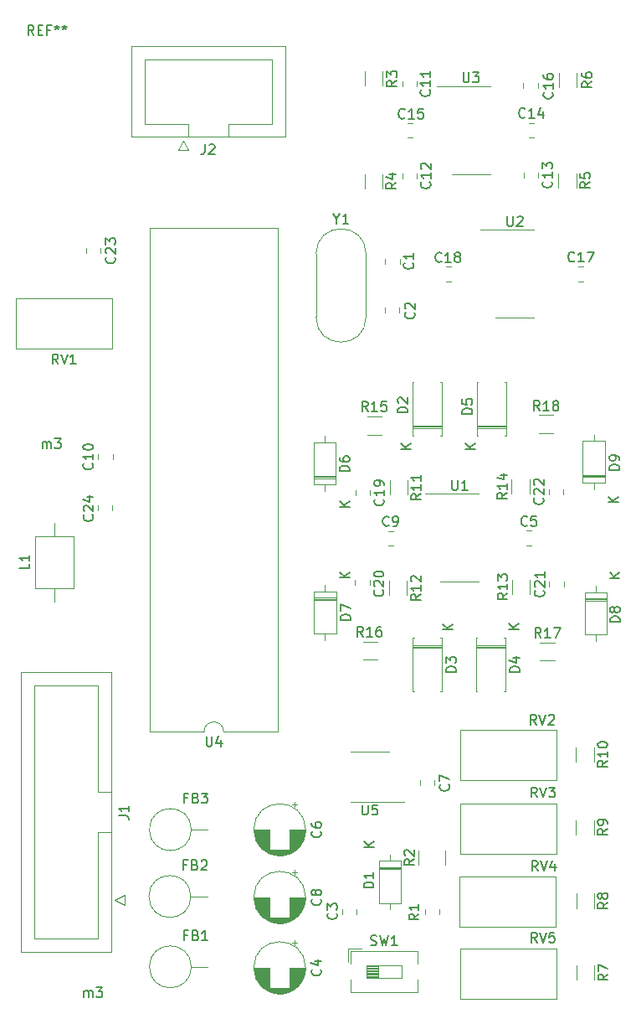
<source format=gbr>
%TF.GenerationSoftware,KiCad,Pcbnew,(5.1.10)-1*%
%TF.CreationDate,2021-10-30T12:19:22-04:00*%
%TF.ProjectId,Processor Board,50726f63-6573-4736-9f72-20426f617264,rev?*%
%TF.SameCoordinates,Original*%
%TF.FileFunction,Legend,Top*%
%TF.FilePolarity,Positive*%
%FSLAX46Y46*%
G04 Gerber Fmt 4.6, Leading zero omitted, Abs format (unit mm)*
G04 Created by KiCad (PCBNEW (5.1.10)-1) date 2021-10-30 12:19:22*
%MOMM*%
%LPD*%
G01*
G04 APERTURE LIST*
%ADD10C,0.120000*%
%ADD11C,0.150000*%
G04 APERTURE END LIST*
D10*
%TO.C,C1*%
X87720500Y-72319248D02*
X87720500Y-72841752D01*
X89190500Y-72319248D02*
X89190500Y-72841752D01*
%TO.C,C2*%
X87695100Y-77803552D02*
X87695100Y-77281048D01*
X89165100Y-77803552D02*
X89165100Y-77281048D01*
%TO.C,C3*%
X84809000Y-138550192D02*
X84809000Y-138027688D01*
X83339000Y-138550192D02*
X83339000Y-138027688D01*
%TO.C,C4*%
X78763200Y-141409125D02*
X78263200Y-141409125D01*
X78513200Y-141159125D02*
X78513200Y-141659125D01*
X77322200Y-146564900D02*
X76754200Y-146564900D01*
X77556200Y-146524900D02*
X76520200Y-146524900D01*
X77715200Y-146484900D02*
X76361200Y-146484900D01*
X77843200Y-146444900D02*
X76233200Y-146444900D01*
X77953200Y-146404900D02*
X76123200Y-146404900D01*
X78049200Y-146364900D02*
X76027200Y-146364900D01*
X78136200Y-146324900D02*
X75940200Y-146324900D01*
X78216200Y-146284900D02*
X75860200Y-146284900D01*
X78289200Y-146244900D02*
X75787200Y-146244900D01*
X78357200Y-146204900D02*
X75719200Y-146204900D01*
X78421200Y-146164900D02*
X75655200Y-146164900D01*
X78481200Y-146124900D02*
X75595200Y-146124900D01*
X78538200Y-146084900D02*
X75538200Y-146084900D01*
X78592200Y-146044900D02*
X75484200Y-146044900D01*
X78643200Y-146004900D02*
X75433200Y-146004900D01*
X75998200Y-145964900D02*
X75385200Y-145964900D01*
X78691200Y-145964900D02*
X78078200Y-145964900D01*
X75998200Y-145924900D02*
X75339200Y-145924900D01*
X78737200Y-145924900D02*
X78078200Y-145924900D01*
X75998200Y-145884900D02*
X75295200Y-145884900D01*
X78781200Y-145884900D02*
X78078200Y-145884900D01*
X75998200Y-145844900D02*
X75253200Y-145844900D01*
X78823200Y-145844900D02*
X78078200Y-145844900D01*
X75998200Y-145804900D02*
X75212200Y-145804900D01*
X78864200Y-145804900D02*
X78078200Y-145804900D01*
X75998200Y-145764900D02*
X75174200Y-145764900D01*
X78902200Y-145764900D02*
X78078200Y-145764900D01*
X75998200Y-145724900D02*
X75137200Y-145724900D01*
X78939200Y-145724900D02*
X78078200Y-145724900D01*
X75998200Y-145684900D02*
X75101200Y-145684900D01*
X78975200Y-145684900D02*
X78078200Y-145684900D01*
X75998200Y-145644900D02*
X75067200Y-145644900D01*
X79009200Y-145644900D02*
X78078200Y-145644900D01*
X75998200Y-145604900D02*
X75034200Y-145604900D01*
X79042200Y-145604900D02*
X78078200Y-145604900D01*
X75998200Y-145564900D02*
X75003200Y-145564900D01*
X79073200Y-145564900D02*
X78078200Y-145564900D01*
X75998200Y-145524900D02*
X74973200Y-145524900D01*
X79103200Y-145524900D02*
X78078200Y-145524900D01*
X75998200Y-145484900D02*
X74943200Y-145484900D01*
X79133200Y-145484900D02*
X78078200Y-145484900D01*
X75998200Y-145444900D02*
X74916200Y-145444900D01*
X79160200Y-145444900D02*
X78078200Y-145444900D01*
X75998200Y-145404900D02*
X74889200Y-145404900D01*
X79187200Y-145404900D02*
X78078200Y-145404900D01*
X75998200Y-145364900D02*
X74863200Y-145364900D01*
X79213200Y-145364900D02*
X78078200Y-145364900D01*
X75998200Y-145324900D02*
X74838200Y-145324900D01*
X79238200Y-145324900D02*
X78078200Y-145324900D01*
X75998200Y-145284900D02*
X74814200Y-145284900D01*
X79262200Y-145284900D02*
X78078200Y-145284900D01*
X75998200Y-145244900D02*
X74791200Y-145244900D01*
X79285200Y-145244900D02*
X78078200Y-145244900D01*
X75998200Y-145204900D02*
X74770200Y-145204900D01*
X79306200Y-145204900D02*
X78078200Y-145204900D01*
X75998200Y-145164900D02*
X74748200Y-145164900D01*
X79328200Y-145164900D02*
X78078200Y-145164900D01*
X75998200Y-145124900D02*
X74728200Y-145124900D01*
X79348200Y-145124900D02*
X78078200Y-145124900D01*
X75998200Y-145084900D02*
X74709200Y-145084900D01*
X79367200Y-145084900D02*
X78078200Y-145084900D01*
X75998200Y-145044900D02*
X74690200Y-145044900D01*
X79386200Y-145044900D02*
X78078200Y-145044900D01*
X75998200Y-145004900D02*
X74673200Y-145004900D01*
X79403200Y-145004900D02*
X78078200Y-145004900D01*
X75998200Y-144964900D02*
X74656200Y-144964900D01*
X79420200Y-144964900D02*
X78078200Y-144964900D01*
X75998200Y-144924900D02*
X74640200Y-144924900D01*
X79436200Y-144924900D02*
X78078200Y-144924900D01*
X75998200Y-144884900D02*
X74624200Y-144884900D01*
X79452200Y-144884900D02*
X78078200Y-144884900D01*
X75998200Y-144844900D02*
X74610200Y-144844900D01*
X79466200Y-144844900D02*
X78078200Y-144844900D01*
X75998200Y-144804900D02*
X74596200Y-144804900D01*
X79480200Y-144804900D02*
X78078200Y-144804900D01*
X75998200Y-144764900D02*
X74583200Y-144764900D01*
X79493200Y-144764900D02*
X78078200Y-144764900D01*
X75998200Y-144724900D02*
X74570200Y-144724900D01*
X79506200Y-144724900D02*
X78078200Y-144724900D01*
X75998200Y-144684900D02*
X74558200Y-144684900D01*
X79518200Y-144684900D02*
X78078200Y-144684900D01*
X75998200Y-144643900D02*
X74547200Y-144643900D01*
X79529200Y-144643900D02*
X78078200Y-144643900D01*
X75998200Y-144603900D02*
X74537200Y-144603900D01*
X79539200Y-144603900D02*
X78078200Y-144603900D01*
X75998200Y-144563900D02*
X74527200Y-144563900D01*
X79549200Y-144563900D02*
X78078200Y-144563900D01*
X75998200Y-144523900D02*
X74518200Y-144523900D01*
X79558200Y-144523900D02*
X78078200Y-144523900D01*
X75998200Y-144483900D02*
X74510200Y-144483900D01*
X79566200Y-144483900D02*
X78078200Y-144483900D01*
X75998200Y-144443900D02*
X74502200Y-144443900D01*
X79574200Y-144443900D02*
X78078200Y-144443900D01*
X75998200Y-144403900D02*
X74495200Y-144403900D01*
X79581200Y-144403900D02*
X78078200Y-144403900D01*
X75998200Y-144363900D02*
X74488200Y-144363900D01*
X79588200Y-144363900D02*
X78078200Y-144363900D01*
X75998200Y-144323900D02*
X74482200Y-144323900D01*
X79594200Y-144323900D02*
X78078200Y-144323900D01*
X75998200Y-144283900D02*
X74477200Y-144283900D01*
X79599200Y-144283900D02*
X78078200Y-144283900D01*
X75998200Y-144243900D02*
X74473200Y-144243900D01*
X79603200Y-144243900D02*
X78078200Y-144243900D01*
X75998200Y-144203900D02*
X74469200Y-144203900D01*
X79607200Y-144203900D02*
X78078200Y-144203900D01*
X75998200Y-144163900D02*
X74465200Y-144163900D01*
X79611200Y-144163900D02*
X78078200Y-144163900D01*
X75998200Y-144123900D02*
X74462200Y-144123900D01*
X79614200Y-144123900D02*
X78078200Y-144123900D01*
X75998200Y-144083900D02*
X74460200Y-144083900D01*
X79616200Y-144083900D02*
X78078200Y-144083900D01*
X75998200Y-144043900D02*
X74459200Y-144043900D01*
X79617200Y-144043900D02*
X78078200Y-144043900D01*
X79618200Y-144003900D02*
X78078200Y-144003900D01*
X75998200Y-144003900D02*
X74458200Y-144003900D01*
X79618200Y-143963900D02*
X78078200Y-143963900D01*
X75998200Y-143963900D02*
X74458200Y-143963900D01*
X79658200Y-143963900D02*
G75*
G03*
X79658200Y-143963900I-2620000J0D01*
G01*
%TO.C,C5*%
X101977648Y-101293600D02*
X102500152Y-101293600D01*
X101977648Y-99823600D02*
X102500152Y-99823600D01*
%TO.C,C6*%
X79658200Y-130025900D02*
G75*
G03*
X79658200Y-130025900I-2620000J0D01*
G01*
X75998200Y-130025900D02*
X74458200Y-130025900D01*
X79618200Y-130025900D02*
X78078200Y-130025900D01*
X75998200Y-130065900D02*
X74458200Y-130065900D01*
X79618200Y-130065900D02*
X78078200Y-130065900D01*
X79617200Y-130105900D02*
X78078200Y-130105900D01*
X75998200Y-130105900D02*
X74459200Y-130105900D01*
X79616200Y-130145900D02*
X78078200Y-130145900D01*
X75998200Y-130145900D02*
X74460200Y-130145900D01*
X79614200Y-130185900D02*
X78078200Y-130185900D01*
X75998200Y-130185900D02*
X74462200Y-130185900D01*
X79611200Y-130225900D02*
X78078200Y-130225900D01*
X75998200Y-130225900D02*
X74465200Y-130225900D01*
X79607200Y-130265900D02*
X78078200Y-130265900D01*
X75998200Y-130265900D02*
X74469200Y-130265900D01*
X79603200Y-130305900D02*
X78078200Y-130305900D01*
X75998200Y-130305900D02*
X74473200Y-130305900D01*
X79599200Y-130345900D02*
X78078200Y-130345900D01*
X75998200Y-130345900D02*
X74477200Y-130345900D01*
X79594200Y-130385900D02*
X78078200Y-130385900D01*
X75998200Y-130385900D02*
X74482200Y-130385900D01*
X79588200Y-130425900D02*
X78078200Y-130425900D01*
X75998200Y-130425900D02*
X74488200Y-130425900D01*
X79581200Y-130465900D02*
X78078200Y-130465900D01*
X75998200Y-130465900D02*
X74495200Y-130465900D01*
X79574200Y-130505900D02*
X78078200Y-130505900D01*
X75998200Y-130505900D02*
X74502200Y-130505900D01*
X79566200Y-130545900D02*
X78078200Y-130545900D01*
X75998200Y-130545900D02*
X74510200Y-130545900D01*
X79558200Y-130585900D02*
X78078200Y-130585900D01*
X75998200Y-130585900D02*
X74518200Y-130585900D01*
X79549200Y-130625900D02*
X78078200Y-130625900D01*
X75998200Y-130625900D02*
X74527200Y-130625900D01*
X79539200Y-130665900D02*
X78078200Y-130665900D01*
X75998200Y-130665900D02*
X74537200Y-130665900D01*
X79529200Y-130705900D02*
X78078200Y-130705900D01*
X75998200Y-130705900D02*
X74547200Y-130705900D01*
X79518200Y-130746900D02*
X78078200Y-130746900D01*
X75998200Y-130746900D02*
X74558200Y-130746900D01*
X79506200Y-130786900D02*
X78078200Y-130786900D01*
X75998200Y-130786900D02*
X74570200Y-130786900D01*
X79493200Y-130826900D02*
X78078200Y-130826900D01*
X75998200Y-130826900D02*
X74583200Y-130826900D01*
X79480200Y-130866900D02*
X78078200Y-130866900D01*
X75998200Y-130866900D02*
X74596200Y-130866900D01*
X79466200Y-130906900D02*
X78078200Y-130906900D01*
X75998200Y-130906900D02*
X74610200Y-130906900D01*
X79452200Y-130946900D02*
X78078200Y-130946900D01*
X75998200Y-130946900D02*
X74624200Y-130946900D01*
X79436200Y-130986900D02*
X78078200Y-130986900D01*
X75998200Y-130986900D02*
X74640200Y-130986900D01*
X79420200Y-131026900D02*
X78078200Y-131026900D01*
X75998200Y-131026900D02*
X74656200Y-131026900D01*
X79403200Y-131066900D02*
X78078200Y-131066900D01*
X75998200Y-131066900D02*
X74673200Y-131066900D01*
X79386200Y-131106900D02*
X78078200Y-131106900D01*
X75998200Y-131106900D02*
X74690200Y-131106900D01*
X79367200Y-131146900D02*
X78078200Y-131146900D01*
X75998200Y-131146900D02*
X74709200Y-131146900D01*
X79348200Y-131186900D02*
X78078200Y-131186900D01*
X75998200Y-131186900D02*
X74728200Y-131186900D01*
X79328200Y-131226900D02*
X78078200Y-131226900D01*
X75998200Y-131226900D02*
X74748200Y-131226900D01*
X79306200Y-131266900D02*
X78078200Y-131266900D01*
X75998200Y-131266900D02*
X74770200Y-131266900D01*
X79285200Y-131306900D02*
X78078200Y-131306900D01*
X75998200Y-131306900D02*
X74791200Y-131306900D01*
X79262200Y-131346900D02*
X78078200Y-131346900D01*
X75998200Y-131346900D02*
X74814200Y-131346900D01*
X79238200Y-131386900D02*
X78078200Y-131386900D01*
X75998200Y-131386900D02*
X74838200Y-131386900D01*
X79213200Y-131426900D02*
X78078200Y-131426900D01*
X75998200Y-131426900D02*
X74863200Y-131426900D01*
X79187200Y-131466900D02*
X78078200Y-131466900D01*
X75998200Y-131466900D02*
X74889200Y-131466900D01*
X79160200Y-131506900D02*
X78078200Y-131506900D01*
X75998200Y-131506900D02*
X74916200Y-131506900D01*
X79133200Y-131546900D02*
X78078200Y-131546900D01*
X75998200Y-131546900D02*
X74943200Y-131546900D01*
X79103200Y-131586900D02*
X78078200Y-131586900D01*
X75998200Y-131586900D02*
X74973200Y-131586900D01*
X79073200Y-131626900D02*
X78078200Y-131626900D01*
X75998200Y-131626900D02*
X75003200Y-131626900D01*
X79042200Y-131666900D02*
X78078200Y-131666900D01*
X75998200Y-131666900D02*
X75034200Y-131666900D01*
X79009200Y-131706900D02*
X78078200Y-131706900D01*
X75998200Y-131706900D02*
X75067200Y-131706900D01*
X78975200Y-131746900D02*
X78078200Y-131746900D01*
X75998200Y-131746900D02*
X75101200Y-131746900D01*
X78939200Y-131786900D02*
X78078200Y-131786900D01*
X75998200Y-131786900D02*
X75137200Y-131786900D01*
X78902200Y-131826900D02*
X78078200Y-131826900D01*
X75998200Y-131826900D02*
X75174200Y-131826900D01*
X78864200Y-131866900D02*
X78078200Y-131866900D01*
X75998200Y-131866900D02*
X75212200Y-131866900D01*
X78823200Y-131906900D02*
X78078200Y-131906900D01*
X75998200Y-131906900D02*
X75253200Y-131906900D01*
X78781200Y-131946900D02*
X78078200Y-131946900D01*
X75998200Y-131946900D02*
X75295200Y-131946900D01*
X78737200Y-131986900D02*
X78078200Y-131986900D01*
X75998200Y-131986900D02*
X75339200Y-131986900D01*
X78691200Y-132026900D02*
X78078200Y-132026900D01*
X75998200Y-132026900D02*
X75385200Y-132026900D01*
X78643200Y-132066900D02*
X75433200Y-132066900D01*
X78592200Y-132106900D02*
X75484200Y-132106900D01*
X78538200Y-132146900D02*
X75538200Y-132146900D01*
X78481200Y-132186900D02*
X75595200Y-132186900D01*
X78421200Y-132226900D02*
X75655200Y-132226900D01*
X78357200Y-132266900D02*
X75719200Y-132266900D01*
X78289200Y-132306900D02*
X75787200Y-132306900D01*
X78216200Y-132346900D02*
X75860200Y-132346900D01*
X78136200Y-132386900D02*
X75940200Y-132386900D01*
X78049200Y-132426900D02*
X76027200Y-132426900D01*
X77953200Y-132466900D02*
X76123200Y-132466900D01*
X77843200Y-132506900D02*
X76233200Y-132506900D01*
X77715200Y-132546900D02*
X76361200Y-132546900D01*
X77556200Y-132586900D02*
X76520200Y-132586900D01*
X77322200Y-132626900D02*
X76754200Y-132626900D01*
X78513200Y-127221125D02*
X78513200Y-127721125D01*
X78763200Y-127471125D02*
X78263200Y-127471125D01*
%TO.C,C7*%
X91253640Y-125517632D02*
X91253640Y-124995128D01*
X92723640Y-125517632D02*
X92723640Y-124995128D01*
%TO.C,C8*%
X79658200Y-136851900D02*
G75*
G03*
X79658200Y-136851900I-2620000J0D01*
G01*
X75998200Y-136851900D02*
X74458200Y-136851900D01*
X79618200Y-136851900D02*
X78078200Y-136851900D01*
X75998200Y-136891900D02*
X74458200Y-136891900D01*
X79618200Y-136891900D02*
X78078200Y-136891900D01*
X79617200Y-136931900D02*
X78078200Y-136931900D01*
X75998200Y-136931900D02*
X74459200Y-136931900D01*
X79616200Y-136971900D02*
X78078200Y-136971900D01*
X75998200Y-136971900D02*
X74460200Y-136971900D01*
X79614200Y-137011900D02*
X78078200Y-137011900D01*
X75998200Y-137011900D02*
X74462200Y-137011900D01*
X79611200Y-137051900D02*
X78078200Y-137051900D01*
X75998200Y-137051900D02*
X74465200Y-137051900D01*
X79607200Y-137091900D02*
X78078200Y-137091900D01*
X75998200Y-137091900D02*
X74469200Y-137091900D01*
X79603200Y-137131900D02*
X78078200Y-137131900D01*
X75998200Y-137131900D02*
X74473200Y-137131900D01*
X79599200Y-137171900D02*
X78078200Y-137171900D01*
X75998200Y-137171900D02*
X74477200Y-137171900D01*
X79594200Y-137211900D02*
X78078200Y-137211900D01*
X75998200Y-137211900D02*
X74482200Y-137211900D01*
X79588200Y-137251900D02*
X78078200Y-137251900D01*
X75998200Y-137251900D02*
X74488200Y-137251900D01*
X79581200Y-137291900D02*
X78078200Y-137291900D01*
X75998200Y-137291900D02*
X74495200Y-137291900D01*
X79574200Y-137331900D02*
X78078200Y-137331900D01*
X75998200Y-137331900D02*
X74502200Y-137331900D01*
X79566200Y-137371900D02*
X78078200Y-137371900D01*
X75998200Y-137371900D02*
X74510200Y-137371900D01*
X79558200Y-137411900D02*
X78078200Y-137411900D01*
X75998200Y-137411900D02*
X74518200Y-137411900D01*
X79549200Y-137451900D02*
X78078200Y-137451900D01*
X75998200Y-137451900D02*
X74527200Y-137451900D01*
X79539200Y-137491900D02*
X78078200Y-137491900D01*
X75998200Y-137491900D02*
X74537200Y-137491900D01*
X79529200Y-137531900D02*
X78078200Y-137531900D01*
X75998200Y-137531900D02*
X74547200Y-137531900D01*
X79518200Y-137572900D02*
X78078200Y-137572900D01*
X75998200Y-137572900D02*
X74558200Y-137572900D01*
X79506200Y-137612900D02*
X78078200Y-137612900D01*
X75998200Y-137612900D02*
X74570200Y-137612900D01*
X79493200Y-137652900D02*
X78078200Y-137652900D01*
X75998200Y-137652900D02*
X74583200Y-137652900D01*
X79480200Y-137692900D02*
X78078200Y-137692900D01*
X75998200Y-137692900D02*
X74596200Y-137692900D01*
X79466200Y-137732900D02*
X78078200Y-137732900D01*
X75998200Y-137732900D02*
X74610200Y-137732900D01*
X79452200Y-137772900D02*
X78078200Y-137772900D01*
X75998200Y-137772900D02*
X74624200Y-137772900D01*
X79436200Y-137812900D02*
X78078200Y-137812900D01*
X75998200Y-137812900D02*
X74640200Y-137812900D01*
X79420200Y-137852900D02*
X78078200Y-137852900D01*
X75998200Y-137852900D02*
X74656200Y-137852900D01*
X79403200Y-137892900D02*
X78078200Y-137892900D01*
X75998200Y-137892900D02*
X74673200Y-137892900D01*
X79386200Y-137932900D02*
X78078200Y-137932900D01*
X75998200Y-137932900D02*
X74690200Y-137932900D01*
X79367200Y-137972900D02*
X78078200Y-137972900D01*
X75998200Y-137972900D02*
X74709200Y-137972900D01*
X79348200Y-138012900D02*
X78078200Y-138012900D01*
X75998200Y-138012900D02*
X74728200Y-138012900D01*
X79328200Y-138052900D02*
X78078200Y-138052900D01*
X75998200Y-138052900D02*
X74748200Y-138052900D01*
X79306200Y-138092900D02*
X78078200Y-138092900D01*
X75998200Y-138092900D02*
X74770200Y-138092900D01*
X79285200Y-138132900D02*
X78078200Y-138132900D01*
X75998200Y-138132900D02*
X74791200Y-138132900D01*
X79262200Y-138172900D02*
X78078200Y-138172900D01*
X75998200Y-138172900D02*
X74814200Y-138172900D01*
X79238200Y-138212900D02*
X78078200Y-138212900D01*
X75998200Y-138212900D02*
X74838200Y-138212900D01*
X79213200Y-138252900D02*
X78078200Y-138252900D01*
X75998200Y-138252900D02*
X74863200Y-138252900D01*
X79187200Y-138292900D02*
X78078200Y-138292900D01*
X75998200Y-138292900D02*
X74889200Y-138292900D01*
X79160200Y-138332900D02*
X78078200Y-138332900D01*
X75998200Y-138332900D02*
X74916200Y-138332900D01*
X79133200Y-138372900D02*
X78078200Y-138372900D01*
X75998200Y-138372900D02*
X74943200Y-138372900D01*
X79103200Y-138412900D02*
X78078200Y-138412900D01*
X75998200Y-138412900D02*
X74973200Y-138412900D01*
X79073200Y-138452900D02*
X78078200Y-138452900D01*
X75998200Y-138452900D02*
X75003200Y-138452900D01*
X79042200Y-138492900D02*
X78078200Y-138492900D01*
X75998200Y-138492900D02*
X75034200Y-138492900D01*
X79009200Y-138532900D02*
X78078200Y-138532900D01*
X75998200Y-138532900D02*
X75067200Y-138532900D01*
X78975200Y-138572900D02*
X78078200Y-138572900D01*
X75998200Y-138572900D02*
X75101200Y-138572900D01*
X78939200Y-138612900D02*
X78078200Y-138612900D01*
X75998200Y-138612900D02*
X75137200Y-138612900D01*
X78902200Y-138652900D02*
X78078200Y-138652900D01*
X75998200Y-138652900D02*
X75174200Y-138652900D01*
X78864200Y-138692900D02*
X78078200Y-138692900D01*
X75998200Y-138692900D02*
X75212200Y-138692900D01*
X78823200Y-138732900D02*
X78078200Y-138732900D01*
X75998200Y-138732900D02*
X75253200Y-138732900D01*
X78781200Y-138772900D02*
X78078200Y-138772900D01*
X75998200Y-138772900D02*
X75295200Y-138772900D01*
X78737200Y-138812900D02*
X78078200Y-138812900D01*
X75998200Y-138812900D02*
X75339200Y-138812900D01*
X78691200Y-138852900D02*
X78078200Y-138852900D01*
X75998200Y-138852900D02*
X75385200Y-138852900D01*
X78643200Y-138892900D02*
X75433200Y-138892900D01*
X78592200Y-138932900D02*
X75484200Y-138932900D01*
X78538200Y-138972900D02*
X75538200Y-138972900D01*
X78481200Y-139012900D02*
X75595200Y-139012900D01*
X78421200Y-139052900D02*
X75655200Y-139052900D01*
X78357200Y-139092900D02*
X75719200Y-139092900D01*
X78289200Y-139132900D02*
X75787200Y-139132900D01*
X78216200Y-139172900D02*
X75860200Y-139172900D01*
X78136200Y-139212900D02*
X75940200Y-139212900D01*
X78049200Y-139252900D02*
X76027200Y-139252900D01*
X77953200Y-139292900D02*
X76123200Y-139292900D01*
X77843200Y-139332900D02*
X76233200Y-139332900D01*
X77715200Y-139372900D02*
X76361200Y-139372900D01*
X77556200Y-139412900D02*
X76520200Y-139412900D01*
X77322200Y-139452900D02*
X76754200Y-139452900D01*
X78513200Y-134047125D02*
X78513200Y-134547125D01*
X78763200Y-134297125D02*
X78263200Y-134297125D01*
%TO.C,C9*%
X87994948Y-99836300D02*
X88517452Y-99836300D01*
X87994948Y-101306300D02*
X88517452Y-101306300D01*
%TO.C,C10*%
X58670520Y-92107208D02*
X58670520Y-92629712D01*
X60140520Y-92107208D02*
X60140520Y-92629712D01*
%TO.C,C11*%
X89440080Y-54923412D02*
X89440080Y-54400908D01*
X90910080Y-54923412D02*
X90910080Y-54400908D01*
%TO.C,C12*%
X89440080Y-63689508D02*
X89440080Y-64212012D01*
X90910080Y-63689508D02*
X90910080Y-64212012D01*
%TO.C,C13*%
X103216380Y-63626008D02*
X103216380Y-64148512D01*
X101746380Y-63626008D02*
X101746380Y-64148512D01*
%TO.C,C14*%
X102236728Y-60066860D02*
X102759232Y-60066860D01*
X102236728Y-58596860D02*
X102759232Y-58596860D01*
%TO.C,C15*%
X90465632Y-60066860D02*
X89943128Y-60066860D01*
X90465632Y-58596860D02*
X89943128Y-58596860D01*
%TO.C,C16*%
X101695580Y-55088512D02*
X101695580Y-54566008D01*
X103165580Y-55088512D02*
X103165580Y-54566008D01*
%TO.C,C17*%
X107242888Y-74603280D02*
X107765392Y-74603280D01*
X107242888Y-73133280D02*
X107765392Y-73133280D01*
%TO.C,C18*%
X94392472Y-74603280D02*
X93869968Y-74603280D01*
X94392472Y-73133280D02*
X93869968Y-73133280D01*
%TO.C,C19*%
X84723300Y-95729248D02*
X84723300Y-96251752D01*
X86193300Y-95729248D02*
X86193300Y-96251752D01*
%TO.C,C20*%
X84672500Y-105299052D02*
X84672500Y-104776548D01*
X86142500Y-105299052D02*
X86142500Y-104776548D01*
%TO.C,C21*%
X104319400Y-105476852D02*
X104319400Y-104954348D01*
X105789400Y-105476852D02*
X105789400Y-104954348D01*
%TO.C,C22*%
X104294000Y-95653048D02*
X104294000Y-96175552D01*
X105764000Y-95653048D02*
X105764000Y-96175552D01*
%TO.C,C23*%
X58911160Y-71777492D02*
X58911160Y-71254988D01*
X57441160Y-71777492D02*
X57441160Y-71254988D01*
%TO.C,C24*%
X58640040Y-97735112D02*
X58640040Y-97212608D01*
X60110040Y-97735112D02*
X60110040Y-97212608D01*
%TO.C,D1*%
X89313880Y-133180720D02*
X87073880Y-133180720D01*
X87073880Y-133180720D02*
X87073880Y-137420720D01*
X87073880Y-137420720D02*
X89313880Y-137420720D01*
X89313880Y-137420720D02*
X89313880Y-133180720D01*
X88193880Y-132530720D02*
X88193880Y-133180720D01*
X88193880Y-138070720D02*
X88193880Y-137420720D01*
X89313880Y-133900720D02*
X87073880Y-133900720D01*
X89313880Y-134020720D02*
X87073880Y-134020720D01*
X89313880Y-133780720D02*
X87073880Y-133780720D01*
%TO.C,D2*%
X90597840Y-90223000D02*
X90467840Y-90223000D01*
X90467840Y-90223000D02*
X90467840Y-84783000D01*
X90467840Y-84783000D02*
X90597840Y-84783000D01*
X93277840Y-90223000D02*
X93407840Y-90223000D01*
X93407840Y-90223000D02*
X93407840Y-84783000D01*
X93407840Y-84783000D02*
X93277840Y-84783000D01*
X90467840Y-89323000D02*
X93407840Y-89323000D01*
X90467840Y-89203000D02*
X93407840Y-89203000D01*
X90467840Y-89443000D02*
X93407840Y-89443000D01*
%TO.C,D3*%
X93308320Y-110624960D02*
X93438320Y-110624960D01*
X93438320Y-110624960D02*
X93438320Y-116064960D01*
X93438320Y-116064960D02*
X93308320Y-116064960D01*
X90628320Y-110624960D02*
X90498320Y-110624960D01*
X90498320Y-110624960D02*
X90498320Y-116064960D01*
X90498320Y-116064960D02*
X90628320Y-116064960D01*
X93438320Y-111524960D02*
X90498320Y-111524960D01*
X93438320Y-111644960D02*
X90498320Y-111644960D01*
X93438320Y-111404960D02*
X90498320Y-111404960D01*
%TO.C,D4*%
X99854360Y-111404960D02*
X96914360Y-111404960D01*
X99854360Y-111644960D02*
X96914360Y-111644960D01*
X99854360Y-111524960D02*
X96914360Y-111524960D01*
X96914360Y-116064960D02*
X97044360Y-116064960D01*
X96914360Y-110624960D02*
X96914360Y-116064960D01*
X97044360Y-110624960D02*
X96914360Y-110624960D01*
X99854360Y-116064960D02*
X99724360Y-116064960D01*
X99854360Y-110624960D02*
X99854360Y-116064960D01*
X99724360Y-110624960D02*
X99854360Y-110624960D01*
%TO.C,D5*%
X96985480Y-89443000D02*
X99925480Y-89443000D01*
X96985480Y-89203000D02*
X99925480Y-89203000D01*
X96985480Y-89323000D02*
X99925480Y-89323000D01*
X99925480Y-84783000D02*
X99795480Y-84783000D01*
X99925480Y-90223000D02*
X99925480Y-84783000D01*
X99795480Y-90223000D02*
X99925480Y-90223000D01*
X96985480Y-84783000D02*
X97115480Y-84783000D01*
X96985480Y-90223000D02*
X96985480Y-84783000D01*
X97115480Y-90223000D02*
X96985480Y-90223000D01*
%TO.C,D6*%
X80490200Y-94522100D02*
X82730200Y-94522100D01*
X80490200Y-94282100D02*
X82730200Y-94282100D01*
X80490200Y-94402100D02*
X82730200Y-94402100D01*
X81610200Y-90232100D02*
X81610200Y-90882100D01*
X81610200Y-95772100D02*
X81610200Y-95122100D01*
X80490200Y-90882100D02*
X80490200Y-95122100D01*
X82730200Y-90882100D02*
X80490200Y-90882100D01*
X82730200Y-95122100D02*
X82730200Y-90882100D01*
X80490200Y-95122100D02*
X82730200Y-95122100D01*
%TO.C,D7*%
X82742900Y-105969700D02*
X80502900Y-105969700D01*
X80502900Y-105969700D02*
X80502900Y-110209700D01*
X80502900Y-110209700D02*
X82742900Y-110209700D01*
X82742900Y-110209700D02*
X82742900Y-105969700D01*
X81622900Y-105319700D02*
X81622900Y-105969700D01*
X81622900Y-110859700D02*
X81622900Y-110209700D01*
X82742900Y-106689700D02*
X80502900Y-106689700D01*
X82742900Y-106809700D02*
X80502900Y-106809700D01*
X82742900Y-106569700D02*
X80502900Y-106569700D01*
%TO.C,D8*%
X110124100Y-106645900D02*
X107884100Y-106645900D01*
X110124100Y-106885900D02*
X107884100Y-106885900D01*
X110124100Y-106765900D02*
X107884100Y-106765900D01*
X109004100Y-110935900D02*
X109004100Y-110285900D01*
X109004100Y-105395900D02*
X109004100Y-106045900D01*
X110124100Y-110285900D02*
X110124100Y-106045900D01*
X107884100Y-110285900D02*
X110124100Y-110285900D01*
X107884100Y-106045900D02*
X107884100Y-110285900D01*
X110124100Y-106045900D02*
X107884100Y-106045900D01*
%TO.C,D9*%
X107706300Y-94995100D02*
X109946300Y-94995100D01*
X109946300Y-94995100D02*
X109946300Y-90755100D01*
X109946300Y-90755100D02*
X107706300Y-90755100D01*
X107706300Y-90755100D02*
X107706300Y-94995100D01*
X108826300Y-95645100D02*
X108826300Y-94995100D01*
X108826300Y-90105100D02*
X108826300Y-90755100D01*
X107706300Y-94275100D02*
X109946300Y-94275100D01*
X107706300Y-94155100D02*
X109946300Y-94155100D01*
X107706300Y-94395100D02*
X109946300Y-94395100D01*
%TO.C,FB1*%
X68096500Y-143878300D02*
G75*
G03*
X68096500Y-143878300I-2120000J0D01*
G01*
X68096500Y-143878300D02*
X69756500Y-143878300D01*
%TO.C,FB2*%
X68045700Y-136766300D02*
X69705700Y-136766300D01*
X68045700Y-136766300D02*
G75*
G03*
X68045700Y-136766300I-2120000J0D01*
G01*
%TO.C,FB3*%
X68096500Y-130009900D02*
G75*
G03*
X68096500Y-130009900I-2120000J0D01*
G01*
X68096500Y-130009900D02*
X69756500Y-130009900D01*
%TO.C,J2*%
X62074600Y-59995500D02*
X62074600Y-50875500D01*
X62074600Y-50875500D02*
X77574600Y-50875500D01*
X77574600Y-50875500D02*
X77574600Y-59995500D01*
X77574600Y-59995500D02*
X62074600Y-59995500D01*
X67774600Y-59995500D02*
X67774600Y-58685500D01*
X67774600Y-58685500D02*
X63374600Y-58685500D01*
X63374600Y-58685500D02*
X63374600Y-52185500D01*
X63374600Y-52185500D02*
X76274600Y-52185500D01*
X76274600Y-52185500D02*
X76274600Y-58685500D01*
X76274600Y-58685500D02*
X71874600Y-58685500D01*
X71874600Y-58685500D02*
X71874600Y-58685500D01*
X71874600Y-58685500D02*
X71874600Y-59995500D01*
X67284600Y-60385500D02*
X66784600Y-61385500D01*
X66784600Y-61385500D02*
X67784600Y-61385500D01*
X67784600Y-61385500D02*
X67284600Y-60385500D01*
%TO.C,L1*%
X52339480Y-105600480D02*
X56179480Y-105600480D01*
X56179480Y-105600480D02*
X56179480Y-100360480D01*
X56179480Y-100360480D02*
X52339480Y-100360480D01*
X52339480Y-100360480D02*
X52339480Y-105600480D01*
X54259480Y-106980480D02*
X54259480Y-105600480D01*
X54259480Y-98980480D02*
X54259480Y-100360480D01*
%TO.C,R1*%
X93201160Y-138075176D02*
X93201160Y-138529304D01*
X91731160Y-138075176D02*
X91731160Y-138529304D01*
%TO.C,R2*%
X91116240Y-133571417D02*
X91116240Y-132123943D01*
X93826240Y-133571417D02*
X93826240Y-132123943D01*
%TO.C,R3*%
X87440180Y-54801724D02*
X87440180Y-53347596D01*
X85620180Y-54801724D02*
X85620180Y-53347596D01*
%TO.C,R4*%
X87452880Y-63761596D02*
X87452880Y-65215724D01*
X85632880Y-63761596D02*
X85632880Y-65215724D01*
%TO.C,R5*%
X105254380Y-63698096D02*
X105254380Y-65152224D01*
X107074380Y-63698096D02*
X107074380Y-65152224D01*
%TO.C,R6*%
X105292480Y-55017624D02*
X105292480Y-53563496D01*
X107112480Y-55017624D02*
X107112480Y-53563496D01*
%TO.C,R7*%
X107065400Y-143734836D02*
X107065400Y-145188964D01*
X108885400Y-143734836D02*
X108885400Y-145188964D01*
%TO.C,R8*%
X108860000Y-136484336D02*
X108860000Y-137938464D01*
X107040000Y-136484336D02*
X107040000Y-137938464D01*
%TO.C,R9*%
X107027300Y-129040936D02*
X107027300Y-130495064D01*
X108847300Y-129040936D02*
X108847300Y-130495064D01*
%TO.C,R10*%
X108847300Y-121688836D02*
X108847300Y-123142964D01*
X107027300Y-121688836D02*
X107027300Y-123142964D01*
%TO.C,R11*%
X88155100Y-94725536D02*
X88155100Y-96179664D01*
X89975100Y-94725536D02*
X89975100Y-96179664D01*
%TO.C,R12*%
X89911600Y-106340864D02*
X89911600Y-104886736D01*
X88091600Y-106340864D02*
X88091600Y-104886736D01*
%TO.C,R13*%
X100542680Y-106197424D02*
X100542680Y-104743296D01*
X102362680Y-106197424D02*
X102362680Y-104743296D01*
%TO.C,R14*%
X102306800Y-94623936D02*
X102306800Y-96078064D01*
X100486800Y-94623936D02*
X100486800Y-96078064D01*
%TO.C,R15*%
X87370944Y-90104640D02*
X85916816Y-90104640D01*
X87370944Y-88284640D02*
X85916816Y-88284640D01*
%TO.C,R16*%
X86928984Y-112837640D02*
X85474856Y-112837640D01*
X86928984Y-111017640D02*
X85474856Y-111017640D01*
%TO.C,R17*%
X103392016Y-112908760D02*
X104846144Y-112908760D01*
X103392016Y-111088760D02*
X104846144Y-111088760D01*
%TO.C,R18*%
X103259936Y-88142400D02*
X104714064Y-88142400D01*
X103259936Y-89962400D02*
X104714064Y-89962400D01*
%TO.C,SW1*%
X84187480Y-142253440D02*
X91007480Y-142253440D01*
X84187480Y-146473440D02*
X91007480Y-146473440D01*
X84187480Y-142253440D02*
X84187480Y-143563440D01*
X84187480Y-145163440D02*
X84187480Y-146473440D01*
X91007480Y-142253440D02*
X91007480Y-143563440D01*
X91007480Y-145163440D02*
X91007480Y-146473440D01*
X83947480Y-142013440D02*
X85330480Y-142013440D01*
X83947480Y-142013440D02*
X83947480Y-143396440D01*
X85787480Y-143728440D02*
X85787480Y-144998440D01*
X85787480Y-144998440D02*
X89407480Y-144998440D01*
X89407480Y-144998440D02*
X89407480Y-143728440D01*
X89407480Y-143728440D02*
X85787480Y-143728440D01*
X85787480Y-143848440D02*
X86994147Y-143848440D01*
X85787480Y-143968440D02*
X86994147Y-143968440D01*
X85787480Y-144088440D02*
X86994147Y-144088440D01*
X85787480Y-144208440D02*
X86994147Y-144208440D01*
X85787480Y-144328440D02*
X86994147Y-144328440D01*
X85787480Y-144448440D02*
X86994147Y-144448440D01*
X85787480Y-144568440D02*
X86994147Y-144568440D01*
X85787480Y-144688440D02*
X86994147Y-144688440D01*
X85787480Y-144808440D02*
X86994147Y-144808440D01*
X85787480Y-144928440D02*
X86994147Y-144928440D01*
X86994147Y-143728440D02*
X86994147Y-144998440D01*
%TO.C,U1*%
X95224600Y-104968200D02*
X97174600Y-104968200D01*
X95224600Y-104968200D02*
X93274600Y-104968200D01*
X95224600Y-96098200D02*
X97174600Y-96098200D01*
X95224600Y-96098200D02*
X91774600Y-96098200D01*
%TO.C,U2*%
X100826800Y-78298200D02*
X102776800Y-78298200D01*
X100826800Y-78298200D02*
X98876800Y-78298200D01*
X100826800Y-69428200D02*
X102776800Y-69428200D01*
X100826800Y-69428200D02*
X97376800Y-69428200D01*
%TO.C,U3*%
X96372680Y-54896860D02*
X92922680Y-54896860D01*
X96372680Y-54896860D02*
X98322680Y-54896860D01*
X96372680Y-63766860D02*
X94422680Y-63766860D01*
X96372680Y-63766860D02*
X98322680Y-63766860D01*
%TO.C,U4*%
X71378320Y-120135960D02*
X76838320Y-120135960D01*
X76838320Y-120135960D02*
X76838320Y-69215960D01*
X76838320Y-69215960D02*
X63918320Y-69215960D01*
X63918320Y-69215960D02*
X63918320Y-120135960D01*
X63918320Y-120135960D02*
X69378320Y-120135960D01*
X69378320Y-120135960D02*
G75*
G02*
X71378320Y-120135960I1000000J0D01*
G01*
%TO.C,U5*%
X86151720Y-122100660D02*
X84201720Y-122100660D01*
X86151720Y-122100660D02*
X88101720Y-122100660D01*
X86151720Y-127220660D02*
X84201720Y-127220660D01*
X86151720Y-127220660D02*
X89601720Y-127220660D01*
%TO.C,Y1*%
X85773500Y-71833200D02*
X85773500Y-78233200D01*
X80723500Y-71833200D02*
X80723500Y-78233200D01*
X80723500Y-71833200D02*
G75*
G02*
X85773500Y-71833200I2525000J0D01*
G01*
X80723500Y-78233200D02*
G75*
G03*
X85773500Y-78233200I2525000J0D01*
G01*
%TO.C,RV1*%
X60104600Y-81384300D02*
X50334600Y-81384300D01*
X60104600Y-76314300D02*
X50334600Y-76314300D01*
X60104600Y-81384300D02*
X60104600Y-76314300D01*
X50334600Y-81384300D02*
X50334600Y-76314300D01*
%TO.C,RV2*%
X95307840Y-119943720D02*
X105077840Y-119943720D01*
X95307840Y-125013720D02*
X105077840Y-125013720D01*
X95307840Y-119943720D02*
X95307840Y-125013720D01*
X105077840Y-119943720D02*
X105077840Y-125013720D01*
%TO.C,RV3*%
X105037200Y-127378300D02*
X105037200Y-132448300D01*
X95267200Y-127378300D02*
X95267200Y-132448300D01*
X95267200Y-132448300D02*
X105037200Y-132448300D01*
X95267200Y-127378300D02*
X105037200Y-127378300D01*
%TO.C,RV4*%
X95216400Y-134744300D02*
X104986400Y-134744300D01*
X95216400Y-139814300D02*
X104986400Y-139814300D01*
X95216400Y-134744300D02*
X95216400Y-139814300D01*
X104986400Y-134744300D02*
X104986400Y-139814300D01*
%TO.C,RV5*%
X105037200Y-142059500D02*
X105037200Y-147129500D01*
X95267200Y-142059500D02*
X95267200Y-147129500D01*
X95267200Y-147129500D02*
X105037200Y-147129500D01*
X95267200Y-142059500D02*
X105037200Y-142059500D01*
%TO.C,J1*%
X59982800Y-142331900D02*
X50862800Y-142331900D01*
X50862800Y-142331900D02*
X50862800Y-114131900D01*
X50862800Y-114131900D02*
X59982800Y-114131900D01*
X59982800Y-114131900D02*
X59982800Y-142331900D01*
X59982800Y-130281900D02*
X58672800Y-130281900D01*
X58672800Y-130281900D02*
X58672800Y-141031900D01*
X58672800Y-141031900D02*
X52172800Y-141031900D01*
X52172800Y-141031900D02*
X52172800Y-115431900D01*
X52172800Y-115431900D02*
X58672800Y-115431900D01*
X58672800Y-115431900D02*
X58672800Y-126181900D01*
X58672800Y-126181900D02*
X58672800Y-126181900D01*
X58672800Y-126181900D02*
X59982800Y-126181900D01*
X60372800Y-137121900D02*
X61372800Y-137621900D01*
X61372800Y-137621900D02*
X61372800Y-136621900D01*
X61372800Y-136621900D02*
X60372800Y-137121900D01*
%TO.C,REF\u002A\u002A*%
D11*
X52166666Y-49752380D02*
X51833333Y-49276190D01*
X51595238Y-49752380D02*
X51595238Y-48752380D01*
X51976190Y-48752380D01*
X52071428Y-48800000D01*
X52119047Y-48847619D01*
X52166666Y-48942857D01*
X52166666Y-49085714D01*
X52119047Y-49180952D01*
X52071428Y-49228571D01*
X51976190Y-49276190D01*
X51595238Y-49276190D01*
X52595238Y-49228571D02*
X52928571Y-49228571D01*
X53071428Y-49752380D02*
X52595238Y-49752380D01*
X52595238Y-48752380D01*
X53071428Y-48752380D01*
X53833333Y-49228571D02*
X53500000Y-49228571D01*
X53500000Y-49752380D02*
X53500000Y-48752380D01*
X53976190Y-48752380D01*
X54500000Y-48752380D02*
X54500000Y-48990476D01*
X54261904Y-48895238D02*
X54500000Y-48990476D01*
X54738095Y-48895238D01*
X54357142Y-49180952D02*
X54500000Y-48990476D01*
X54642857Y-49180952D01*
X55261904Y-48752380D02*
X55261904Y-48990476D01*
X55023809Y-48895238D02*
X55261904Y-48990476D01*
X55500000Y-48895238D01*
X55119047Y-49180952D02*
X55261904Y-48990476D01*
X55404761Y-49180952D01*
%TO.C,m3*%
X53029598Y-91496140D02*
X53029598Y-90829474D01*
X53029598Y-90924712D02*
X53077217Y-90877093D01*
X53172455Y-90829474D01*
X53315312Y-90829474D01*
X53410550Y-90877093D01*
X53458169Y-90972331D01*
X53458169Y-91496140D01*
X53458169Y-90972331D02*
X53505788Y-90877093D01*
X53601026Y-90829474D01*
X53743883Y-90829474D01*
X53839121Y-90877093D01*
X53886740Y-90972331D01*
X53886740Y-91496140D01*
X54267693Y-90496140D02*
X54886740Y-90496140D01*
X54553407Y-90877093D01*
X54696264Y-90877093D01*
X54791502Y-90924712D01*
X54839121Y-90972331D01*
X54886740Y-91067569D01*
X54886740Y-91305664D01*
X54839121Y-91400902D01*
X54791502Y-91448521D01*
X54696264Y-91496140D01*
X54410550Y-91496140D01*
X54315312Y-91448521D01*
X54267693Y-91400902D01*
X57248538Y-146951960D02*
X57248538Y-146285294D01*
X57248538Y-146380532D02*
X57296157Y-146332913D01*
X57391395Y-146285294D01*
X57534252Y-146285294D01*
X57629490Y-146332913D01*
X57677109Y-146428151D01*
X57677109Y-146951960D01*
X57677109Y-146428151D02*
X57724728Y-146332913D01*
X57819966Y-146285294D01*
X57962823Y-146285294D01*
X58058061Y-146332913D01*
X58105680Y-146428151D01*
X58105680Y-146951960D01*
X58486633Y-145951960D02*
X59105680Y-145951960D01*
X58772347Y-146332913D01*
X58915204Y-146332913D01*
X59010442Y-146380532D01*
X59058061Y-146428151D01*
X59105680Y-146523389D01*
X59105680Y-146761484D01*
X59058061Y-146856722D01*
X59010442Y-146904341D01*
X58915204Y-146951960D01*
X58629490Y-146951960D01*
X58534252Y-146904341D01*
X58486633Y-146856722D01*
%TO.C,C1*%
X90492642Y-72747166D02*
X90540261Y-72794785D01*
X90587880Y-72937642D01*
X90587880Y-73032880D01*
X90540261Y-73175738D01*
X90445023Y-73270976D01*
X90349785Y-73318595D01*
X90159309Y-73366214D01*
X90016452Y-73366214D01*
X89825976Y-73318595D01*
X89730738Y-73270976D01*
X89635500Y-73175738D01*
X89587880Y-73032880D01*
X89587880Y-72937642D01*
X89635500Y-72794785D01*
X89683119Y-72747166D01*
X90587880Y-71794785D02*
X90587880Y-72366214D01*
X90587880Y-72080500D02*
X89587880Y-72080500D01*
X89730738Y-72175738D01*
X89825976Y-72270976D01*
X89873595Y-72366214D01*
%TO.C,C2*%
X90613502Y-77763666D02*
X90661121Y-77811285D01*
X90708740Y-77954142D01*
X90708740Y-78049380D01*
X90661121Y-78192238D01*
X90565883Y-78287476D01*
X90470645Y-78335095D01*
X90280169Y-78382714D01*
X90137312Y-78382714D01*
X89946836Y-78335095D01*
X89851598Y-78287476D01*
X89756360Y-78192238D01*
X89708740Y-78049380D01*
X89708740Y-77954142D01*
X89756360Y-77811285D01*
X89803979Y-77763666D01*
X89803979Y-77382714D02*
X89756360Y-77335095D01*
X89708740Y-77239857D01*
X89708740Y-77001761D01*
X89756360Y-76906523D01*
X89803979Y-76858904D01*
X89899217Y-76811285D01*
X89994455Y-76811285D01*
X90137312Y-76858904D01*
X90708740Y-77430333D01*
X90708740Y-76811285D01*
%TO.C,C3*%
X82751142Y-138455606D02*
X82798761Y-138503225D01*
X82846380Y-138646082D01*
X82846380Y-138741320D01*
X82798761Y-138884178D01*
X82703523Y-138979416D01*
X82608285Y-139027035D01*
X82417809Y-139074654D01*
X82274952Y-139074654D01*
X82084476Y-139027035D01*
X81989238Y-138979416D01*
X81894000Y-138884178D01*
X81846380Y-138741320D01*
X81846380Y-138646082D01*
X81894000Y-138503225D01*
X81941619Y-138455606D01*
X81846380Y-138122273D02*
X81846380Y-137503225D01*
X82227333Y-137836559D01*
X82227333Y-137693701D01*
X82274952Y-137598463D01*
X82322571Y-137550844D01*
X82417809Y-137503225D01*
X82655904Y-137503225D01*
X82751142Y-137550844D01*
X82798761Y-137598463D01*
X82846380Y-137693701D01*
X82846380Y-137979416D01*
X82798761Y-138074654D01*
X82751142Y-138122273D01*
%TO.C,C4*%
X81145342Y-144130566D02*
X81192961Y-144178185D01*
X81240580Y-144321042D01*
X81240580Y-144416280D01*
X81192961Y-144559138D01*
X81097723Y-144654376D01*
X81002485Y-144701995D01*
X80812009Y-144749614D01*
X80669152Y-144749614D01*
X80478676Y-144701995D01*
X80383438Y-144654376D01*
X80288200Y-144559138D01*
X80240580Y-144416280D01*
X80240580Y-144321042D01*
X80288200Y-144178185D01*
X80335819Y-144130566D01*
X80573914Y-143273423D02*
X81240580Y-143273423D01*
X80192961Y-143511519D02*
X80907247Y-143749614D01*
X80907247Y-143130566D01*
%TO.C,C5*%
X102072233Y-99235742D02*
X102024614Y-99283361D01*
X101881757Y-99330980D01*
X101786519Y-99330980D01*
X101643661Y-99283361D01*
X101548423Y-99188123D01*
X101500804Y-99092885D01*
X101453185Y-98902409D01*
X101453185Y-98759552D01*
X101500804Y-98569076D01*
X101548423Y-98473838D01*
X101643661Y-98378600D01*
X101786519Y-98330980D01*
X101881757Y-98330980D01*
X102024614Y-98378600D01*
X102072233Y-98426219D01*
X102976995Y-98330980D02*
X102500804Y-98330980D01*
X102453185Y-98807171D01*
X102500804Y-98759552D01*
X102596042Y-98711933D01*
X102834138Y-98711933D01*
X102929376Y-98759552D01*
X102976995Y-98807171D01*
X103024614Y-98902409D01*
X103024614Y-99140504D01*
X102976995Y-99235742D01*
X102929376Y-99283361D01*
X102834138Y-99330980D01*
X102596042Y-99330980D01*
X102500804Y-99283361D01*
X102453185Y-99235742D01*
%TO.C,C6*%
X81145342Y-130192566D02*
X81192961Y-130240185D01*
X81240580Y-130383042D01*
X81240580Y-130478280D01*
X81192961Y-130621138D01*
X81097723Y-130716376D01*
X81002485Y-130763995D01*
X80812009Y-130811614D01*
X80669152Y-130811614D01*
X80478676Y-130763995D01*
X80383438Y-130716376D01*
X80288200Y-130621138D01*
X80240580Y-130478280D01*
X80240580Y-130383042D01*
X80288200Y-130240185D01*
X80335819Y-130192566D01*
X80240580Y-129335423D02*
X80240580Y-129525900D01*
X80288200Y-129621138D01*
X80335819Y-129668757D01*
X80478676Y-129763995D01*
X80669152Y-129811614D01*
X81050104Y-129811614D01*
X81145342Y-129763995D01*
X81192961Y-129716376D01*
X81240580Y-129621138D01*
X81240580Y-129430661D01*
X81192961Y-129335423D01*
X81145342Y-129287804D01*
X81050104Y-129240185D01*
X80812009Y-129240185D01*
X80716771Y-129287804D01*
X80669152Y-129335423D01*
X80621533Y-129430661D01*
X80621533Y-129621138D01*
X80669152Y-129716376D01*
X80716771Y-129763995D01*
X80812009Y-129811614D01*
%TO.C,C7*%
X94128862Y-125464866D02*
X94176481Y-125512485D01*
X94224100Y-125655342D01*
X94224100Y-125750580D01*
X94176481Y-125893438D01*
X94081243Y-125988676D01*
X93986005Y-126036295D01*
X93795529Y-126083914D01*
X93652672Y-126083914D01*
X93462196Y-126036295D01*
X93366958Y-125988676D01*
X93271720Y-125893438D01*
X93224100Y-125750580D01*
X93224100Y-125655342D01*
X93271720Y-125512485D01*
X93319339Y-125464866D01*
X93224100Y-125131533D02*
X93224100Y-124464866D01*
X94224100Y-124893438D01*
%TO.C,C8*%
X81145342Y-137018566D02*
X81192961Y-137066185D01*
X81240580Y-137209042D01*
X81240580Y-137304280D01*
X81192961Y-137447138D01*
X81097723Y-137542376D01*
X81002485Y-137589995D01*
X80812009Y-137637614D01*
X80669152Y-137637614D01*
X80478676Y-137589995D01*
X80383438Y-137542376D01*
X80288200Y-137447138D01*
X80240580Y-137304280D01*
X80240580Y-137209042D01*
X80288200Y-137066185D01*
X80335819Y-137018566D01*
X80669152Y-136447138D02*
X80621533Y-136542376D01*
X80573914Y-136589995D01*
X80478676Y-136637614D01*
X80431057Y-136637614D01*
X80335819Y-136589995D01*
X80288200Y-136542376D01*
X80240580Y-136447138D01*
X80240580Y-136256661D01*
X80288200Y-136161423D01*
X80335819Y-136113804D01*
X80431057Y-136066185D01*
X80478676Y-136066185D01*
X80573914Y-136113804D01*
X80621533Y-136161423D01*
X80669152Y-136256661D01*
X80669152Y-136447138D01*
X80716771Y-136542376D01*
X80764390Y-136589995D01*
X80859628Y-136637614D01*
X81050104Y-136637614D01*
X81145342Y-136589995D01*
X81192961Y-136542376D01*
X81240580Y-136447138D01*
X81240580Y-136256661D01*
X81192961Y-136161423D01*
X81145342Y-136113804D01*
X81050104Y-136066185D01*
X80859628Y-136066185D01*
X80764390Y-136113804D01*
X80716771Y-136161423D01*
X80669152Y-136256661D01*
%TO.C,C9*%
X88089533Y-99248442D02*
X88041914Y-99296061D01*
X87899057Y-99343680D01*
X87803819Y-99343680D01*
X87660961Y-99296061D01*
X87565723Y-99200823D01*
X87518104Y-99105585D01*
X87470485Y-98915109D01*
X87470485Y-98772252D01*
X87518104Y-98581776D01*
X87565723Y-98486538D01*
X87660961Y-98391300D01*
X87803819Y-98343680D01*
X87899057Y-98343680D01*
X88041914Y-98391300D01*
X88089533Y-98438919D01*
X88565723Y-99343680D02*
X88756200Y-99343680D01*
X88851438Y-99296061D01*
X88899057Y-99248442D01*
X88994295Y-99105585D01*
X89041914Y-98915109D01*
X89041914Y-98534157D01*
X88994295Y-98438919D01*
X88946676Y-98391300D01*
X88851438Y-98343680D01*
X88660961Y-98343680D01*
X88565723Y-98391300D01*
X88518104Y-98438919D01*
X88470485Y-98534157D01*
X88470485Y-98772252D01*
X88518104Y-98867490D01*
X88565723Y-98915109D01*
X88660961Y-98962728D01*
X88851438Y-98962728D01*
X88946676Y-98915109D01*
X88994295Y-98867490D01*
X89041914Y-98772252D01*
%TO.C,C10*%
X58053242Y-92994717D02*
X58100861Y-93042336D01*
X58148480Y-93185193D01*
X58148480Y-93280431D01*
X58100861Y-93423288D01*
X58005623Y-93518526D01*
X57910385Y-93566145D01*
X57719909Y-93613764D01*
X57577052Y-93613764D01*
X57386576Y-93566145D01*
X57291338Y-93518526D01*
X57196100Y-93423288D01*
X57148480Y-93280431D01*
X57148480Y-93185193D01*
X57196100Y-93042336D01*
X57243719Y-92994717D01*
X58148480Y-92042336D02*
X58148480Y-92613764D01*
X58148480Y-92328050D02*
X57148480Y-92328050D01*
X57291338Y-92423288D01*
X57386576Y-92518526D01*
X57434195Y-92613764D01*
X57148480Y-91423288D02*
X57148480Y-91328050D01*
X57196100Y-91232812D01*
X57243719Y-91185193D01*
X57338957Y-91137574D01*
X57529433Y-91089955D01*
X57767528Y-91089955D01*
X57958004Y-91137574D01*
X58053242Y-91185193D01*
X58100861Y-91232812D01*
X58148480Y-91328050D01*
X58148480Y-91423288D01*
X58100861Y-91518526D01*
X58053242Y-91566145D01*
X57958004Y-91613764D01*
X57767528Y-91661383D01*
X57529433Y-91661383D01*
X57338957Y-91613764D01*
X57243719Y-91566145D01*
X57196100Y-91518526D01*
X57148480Y-91423288D01*
%TO.C,C11*%
X92185762Y-55278257D02*
X92233381Y-55325876D01*
X92281000Y-55468733D01*
X92281000Y-55563971D01*
X92233381Y-55706828D01*
X92138143Y-55802066D01*
X92042905Y-55849685D01*
X91852429Y-55897304D01*
X91709572Y-55897304D01*
X91519096Y-55849685D01*
X91423858Y-55802066D01*
X91328620Y-55706828D01*
X91281000Y-55563971D01*
X91281000Y-55468733D01*
X91328620Y-55325876D01*
X91376239Y-55278257D01*
X92281000Y-54325876D02*
X92281000Y-54897304D01*
X92281000Y-54611590D02*
X91281000Y-54611590D01*
X91423858Y-54706828D01*
X91519096Y-54802066D01*
X91566715Y-54897304D01*
X92281000Y-53373495D02*
X92281000Y-53944923D01*
X92281000Y-53659209D02*
X91281000Y-53659209D01*
X91423858Y-53754447D01*
X91519096Y-53849685D01*
X91566715Y-53944923D01*
%TO.C,C12*%
X92212222Y-64593617D02*
X92259841Y-64641236D01*
X92307460Y-64784093D01*
X92307460Y-64879331D01*
X92259841Y-65022188D01*
X92164603Y-65117426D01*
X92069365Y-65165045D01*
X91878889Y-65212664D01*
X91736032Y-65212664D01*
X91545556Y-65165045D01*
X91450318Y-65117426D01*
X91355080Y-65022188D01*
X91307460Y-64879331D01*
X91307460Y-64784093D01*
X91355080Y-64641236D01*
X91402699Y-64593617D01*
X92307460Y-63641236D02*
X92307460Y-64212664D01*
X92307460Y-63926950D02*
X91307460Y-63926950D01*
X91450318Y-64022188D01*
X91545556Y-64117426D01*
X91593175Y-64212664D01*
X91402699Y-63260283D02*
X91355080Y-63212664D01*
X91307460Y-63117426D01*
X91307460Y-62879331D01*
X91355080Y-62784093D01*
X91402699Y-62736474D01*
X91497937Y-62688855D01*
X91593175Y-62688855D01*
X91736032Y-62736474D01*
X92307460Y-63307902D01*
X92307460Y-62688855D01*
%TO.C,C13*%
X104518522Y-64530117D02*
X104566141Y-64577736D01*
X104613760Y-64720593D01*
X104613760Y-64815831D01*
X104566141Y-64958688D01*
X104470903Y-65053926D01*
X104375665Y-65101545D01*
X104185189Y-65149164D01*
X104042332Y-65149164D01*
X103851856Y-65101545D01*
X103756618Y-65053926D01*
X103661380Y-64958688D01*
X103613760Y-64815831D01*
X103613760Y-64720593D01*
X103661380Y-64577736D01*
X103708999Y-64530117D01*
X104613760Y-63577736D02*
X104613760Y-64149164D01*
X104613760Y-63863450D02*
X103613760Y-63863450D01*
X103756618Y-63958688D01*
X103851856Y-64053926D01*
X103899475Y-64149164D01*
X103613760Y-63244402D02*
X103613760Y-62625355D01*
X103994713Y-62958688D01*
X103994713Y-62815831D01*
X104042332Y-62720593D01*
X104089951Y-62672974D01*
X104185189Y-62625355D01*
X104423284Y-62625355D01*
X104518522Y-62672974D01*
X104566141Y-62720593D01*
X104613760Y-62815831D01*
X104613760Y-63101545D01*
X104566141Y-63196783D01*
X104518522Y-63244402D01*
%TO.C,C14*%
X101855122Y-58009002D02*
X101807503Y-58056621D01*
X101664646Y-58104240D01*
X101569408Y-58104240D01*
X101426551Y-58056621D01*
X101331313Y-57961383D01*
X101283694Y-57866145D01*
X101236075Y-57675669D01*
X101236075Y-57532812D01*
X101283694Y-57342336D01*
X101331313Y-57247098D01*
X101426551Y-57151860D01*
X101569408Y-57104240D01*
X101664646Y-57104240D01*
X101807503Y-57151860D01*
X101855122Y-57199479D01*
X102807503Y-58104240D02*
X102236075Y-58104240D01*
X102521789Y-58104240D02*
X102521789Y-57104240D01*
X102426551Y-57247098D01*
X102331313Y-57342336D01*
X102236075Y-57389955D01*
X103664646Y-57437574D02*
X103664646Y-58104240D01*
X103426551Y-57056621D02*
X103188456Y-57770907D01*
X103807503Y-57770907D01*
%TO.C,C15*%
X89689702Y-58078642D02*
X89642083Y-58126261D01*
X89499226Y-58173880D01*
X89403988Y-58173880D01*
X89261131Y-58126261D01*
X89165893Y-58031023D01*
X89118274Y-57935785D01*
X89070655Y-57745309D01*
X89070655Y-57602452D01*
X89118274Y-57411976D01*
X89165893Y-57316738D01*
X89261131Y-57221500D01*
X89403988Y-57173880D01*
X89499226Y-57173880D01*
X89642083Y-57221500D01*
X89689702Y-57269119D01*
X90642083Y-58173880D02*
X90070655Y-58173880D01*
X90356369Y-58173880D02*
X90356369Y-57173880D01*
X90261131Y-57316738D01*
X90165893Y-57411976D01*
X90070655Y-57459595D01*
X91546845Y-57173880D02*
X91070655Y-57173880D01*
X91023036Y-57650071D01*
X91070655Y-57602452D01*
X91165893Y-57554833D01*
X91403988Y-57554833D01*
X91499226Y-57602452D01*
X91546845Y-57650071D01*
X91594464Y-57745309D01*
X91594464Y-57983404D01*
X91546845Y-58078642D01*
X91499226Y-58126261D01*
X91403988Y-58173880D01*
X91165893Y-58173880D01*
X91070655Y-58126261D01*
X91023036Y-58078642D01*
%TO.C,C16*%
X104596202Y-55527177D02*
X104643821Y-55574796D01*
X104691440Y-55717653D01*
X104691440Y-55812891D01*
X104643821Y-55955748D01*
X104548583Y-56050986D01*
X104453345Y-56098605D01*
X104262869Y-56146224D01*
X104120012Y-56146224D01*
X103929536Y-56098605D01*
X103834298Y-56050986D01*
X103739060Y-55955748D01*
X103691440Y-55812891D01*
X103691440Y-55717653D01*
X103739060Y-55574796D01*
X103786679Y-55527177D01*
X104691440Y-54574796D02*
X104691440Y-55146224D01*
X104691440Y-54860510D02*
X103691440Y-54860510D01*
X103834298Y-54955748D01*
X103929536Y-55050986D01*
X103977155Y-55146224D01*
X103691440Y-53717653D02*
X103691440Y-53908129D01*
X103739060Y-54003367D01*
X103786679Y-54050986D01*
X103929536Y-54146224D01*
X104120012Y-54193843D01*
X104500964Y-54193843D01*
X104596202Y-54146224D01*
X104643821Y-54098605D01*
X104691440Y-54003367D01*
X104691440Y-53812891D01*
X104643821Y-53717653D01*
X104596202Y-53670034D01*
X104500964Y-53622415D01*
X104262869Y-53622415D01*
X104167631Y-53670034D01*
X104120012Y-53717653D01*
X104072393Y-53812891D01*
X104072393Y-54003367D01*
X104120012Y-54098605D01*
X104167631Y-54146224D01*
X104262869Y-54193843D01*
%TO.C,C17*%
X106861282Y-72545422D02*
X106813663Y-72593041D01*
X106670806Y-72640660D01*
X106575568Y-72640660D01*
X106432711Y-72593041D01*
X106337473Y-72497803D01*
X106289854Y-72402565D01*
X106242235Y-72212089D01*
X106242235Y-72069232D01*
X106289854Y-71878756D01*
X106337473Y-71783518D01*
X106432711Y-71688280D01*
X106575568Y-71640660D01*
X106670806Y-71640660D01*
X106813663Y-71688280D01*
X106861282Y-71735899D01*
X107813663Y-72640660D02*
X107242235Y-72640660D01*
X107527949Y-72640660D02*
X107527949Y-71640660D01*
X107432711Y-71783518D01*
X107337473Y-71878756D01*
X107242235Y-71926375D01*
X108146997Y-71640660D02*
X108813663Y-71640660D01*
X108385092Y-72640660D01*
%TO.C,C18*%
X93413342Y-72592202D02*
X93365723Y-72639821D01*
X93222866Y-72687440D01*
X93127628Y-72687440D01*
X92984771Y-72639821D01*
X92889533Y-72544583D01*
X92841914Y-72449345D01*
X92794295Y-72258869D01*
X92794295Y-72116012D01*
X92841914Y-71925536D01*
X92889533Y-71830298D01*
X92984771Y-71735060D01*
X93127628Y-71687440D01*
X93222866Y-71687440D01*
X93365723Y-71735060D01*
X93413342Y-71782679D01*
X94365723Y-72687440D02*
X93794295Y-72687440D01*
X94080009Y-72687440D02*
X94080009Y-71687440D01*
X93984771Y-71830298D01*
X93889533Y-71925536D01*
X93794295Y-71973155D01*
X94937152Y-72116012D02*
X94841914Y-72068393D01*
X94794295Y-72020774D01*
X94746676Y-71925536D01*
X94746676Y-71877917D01*
X94794295Y-71782679D01*
X94841914Y-71735060D01*
X94937152Y-71687440D01*
X95127628Y-71687440D01*
X95222866Y-71735060D01*
X95270485Y-71782679D01*
X95318104Y-71877917D01*
X95318104Y-71925536D01*
X95270485Y-72020774D01*
X95222866Y-72068393D01*
X95127628Y-72116012D01*
X94937152Y-72116012D01*
X94841914Y-72163631D01*
X94794295Y-72211250D01*
X94746676Y-72306488D01*
X94746676Y-72496964D01*
X94794295Y-72592202D01*
X94841914Y-72639821D01*
X94937152Y-72687440D01*
X95127628Y-72687440D01*
X95222866Y-72639821D01*
X95270485Y-72592202D01*
X95318104Y-72496964D01*
X95318104Y-72306488D01*
X95270485Y-72211250D01*
X95222866Y-72163631D01*
X95127628Y-72116012D01*
%TO.C,C19*%
X87495442Y-96633357D02*
X87543061Y-96680976D01*
X87590680Y-96823833D01*
X87590680Y-96919071D01*
X87543061Y-97061928D01*
X87447823Y-97157166D01*
X87352585Y-97204785D01*
X87162109Y-97252404D01*
X87019252Y-97252404D01*
X86828776Y-97204785D01*
X86733538Y-97157166D01*
X86638300Y-97061928D01*
X86590680Y-96919071D01*
X86590680Y-96823833D01*
X86638300Y-96680976D01*
X86685919Y-96633357D01*
X87590680Y-95680976D02*
X87590680Y-96252404D01*
X87590680Y-95966690D02*
X86590680Y-95966690D01*
X86733538Y-96061928D01*
X86828776Y-96157166D01*
X86876395Y-96252404D01*
X87590680Y-95204785D02*
X87590680Y-95014309D01*
X87543061Y-94919071D01*
X87495442Y-94871452D01*
X87352585Y-94776214D01*
X87162109Y-94728595D01*
X86781157Y-94728595D01*
X86685919Y-94776214D01*
X86638300Y-94823833D01*
X86590680Y-94919071D01*
X86590680Y-95109547D01*
X86638300Y-95204785D01*
X86685919Y-95252404D01*
X86781157Y-95300023D01*
X87019252Y-95300023D01*
X87114490Y-95252404D01*
X87162109Y-95204785D01*
X87209728Y-95109547D01*
X87209728Y-94919071D01*
X87162109Y-94823833D01*
X87114490Y-94776214D01*
X87019252Y-94728595D01*
%TO.C,C20*%
X87451202Y-105803937D02*
X87498821Y-105851556D01*
X87546440Y-105994413D01*
X87546440Y-106089651D01*
X87498821Y-106232508D01*
X87403583Y-106327746D01*
X87308345Y-106375365D01*
X87117869Y-106422984D01*
X86975012Y-106422984D01*
X86784536Y-106375365D01*
X86689298Y-106327746D01*
X86594060Y-106232508D01*
X86546440Y-106089651D01*
X86546440Y-105994413D01*
X86594060Y-105851556D01*
X86641679Y-105803937D01*
X86641679Y-105422984D02*
X86594060Y-105375365D01*
X86546440Y-105280127D01*
X86546440Y-105042032D01*
X86594060Y-104946794D01*
X86641679Y-104899175D01*
X86736917Y-104851556D01*
X86832155Y-104851556D01*
X86975012Y-104899175D01*
X87546440Y-105470603D01*
X87546440Y-104851556D01*
X86546440Y-104232508D02*
X86546440Y-104137270D01*
X86594060Y-104042032D01*
X86641679Y-103994413D01*
X86736917Y-103946794D01*
X86927393Y-103899175D01*
X87165488Y-103899175D01*
X87355964Y-103946794D01*
X87451202Y-103994413D01*
X87498821Y-104042032D01*
X87546440Y-104137270D01*
X87546440Y-104232508D01*
X87498821Y-104327746D01*
X87451202Y-104375365D01*
X87355964Y-104422984D01*
X87165488Y-104470603D01*
X86927393Y-104470603D01*
X86736917Y-104422984D01*
X86641679Y-104375365D01*
X86594060Y-104327746D01*
X86546440Y-104232508D01*
%TO.C,C21*%
X103731542Y-105858457D02*
X103779161Y-105906076D01*
X103826780Y-106048933D01*
X103826780Y-106144171D01*
X103779161Y-106287028D01*
X103683923Y-106382266D01*
X103588685Y-106429885D01*
X103398209Y-106477504D01*
X103255352Y-106477504D01*
X103064876Y-106429885D01*
X102969638Y-106382266D01*
X102874400Y-106287028D01*
X102826780Y-106144171D01*
X102826780Y-106048933D01*
X102874400Y-105906076D01*
X102922019Y-105858457D01*
X102922019Y-105477504D02*
X102874400Y-105429885D01*
X102826780Y-105334647D01*
X102826780Y-105096552D01*
X102874400Y-105001314D01*
X102922019Y-104953695D01*
X103017257Y-104906076D01*
X103112495Y-104906076D01*
X103255352Y-104953695D01*
X103826780Y-105525123D01*
X103826780Y-104906076D01*
X103826780Y-103953695D02*
X103826780Y-104525123D01*
X103826780Y-104239409D02*
X102826780Y-104239409D01*
X102969638Y-104334647D01*
X103064876Y-104429885D01*
X103112495Y-104525123D01*
%TO.C,C22*%
X103658942Y-96515157D02*
X103706561Y-96562776D01*
X103754180Y-96705633D01*
X103754180Y-96800871D01*
X103706561Y-96943728D01*
X103611323Y-97038966D01*
X103516085Y-97086585D01*
X103325609Y-97134204D01*
X103182752Y-97134204D01*
X102992276Y-97086585D01*
X102897038Y-97038966D01*
X102801800Y-96943728D01*
X102754180Y-96800871D01*
X102754180Y-96705633D01*
X102801800Y-96562776D01*
X102849419Y-96515157D01*
X102849419Y-96134204D02*
X102801800Y-96086585D01*
X102754180Y-95991347D01*
X102754180Y-95753252D01*
X102801800Y-95658014D01*
X102849419Y-95610395D01*
X102944657Y-95562776D01*
X103039895Y-95562776D01*
X103182752Y-95610395D01*
X103754180Y-96181823D01*
X103754180Y-95562776D01*
X102849419Y-95181823D02*
X102801800Y-95134204D01*
X102754180Y-95038966D01*
X102754180Y-94800871D01*
X102801800Y-94705633D01*
X102849419Y-94658014D01*
X102944657Y-94610395D01*
X103039895Y-94610395D01*
X103182752Y-94658014D01*
X103754180Y-95229442D01*
X103754180Y-94610395D01*
%TO.C,C23*%
X60318922Y-72164177D02*
X60366541Y-72211796D01*
X60414160Y-72354653D01*
X60414160Y-72449891D01*
X60366541Y-72592748D01*
X60271303Y-72687986D01*
X60176065Y-72735605D01*
X59985589Y-72783224D01*
X59842732Y-72783224D01*
X59652256Y-72735605D01*
X59557018Y-72687986D01*
X59461780Y-72592748D01*
X59414160Y-72449891D01*
X59414160Y-72354653D01*
X59461780Y-72211796D01*
X59509399Y-72164177D01*
X59509399Y-71783224D02*
X59461780Y-71735605D01*
X59414160Y-71640367D01*
X59414160Y-71402272D01*
X59461780Y-71307034D01*
X59509399Y-71259415D01*
X59604637Y-71211796D01*
X59699875Y-71211796D01*
X59842732Y-71259415D01*
X60414160Y-71830843D01*
X60414160Y-71211796D01*
X59414160Y-70878462D02*
X59414160Y-70259415D01*
X59795113Y-70592748D01*
X59795113Y-70449891D01*
X59842732Y-70354653D01*
X59890351Y-70307034D01*
X59985589Y-70259415D01*
X60223684Y-70259415D01*
X60318922Y-70307034D01*
X60366541Y-70354653D01*
X60414160Y-70449891D01*
X60414160Y-70735605D01*
X60366541Y-70830843D01*
X60318922Y-70878462D01*
%TO.C,C24*%
X58081182Y-98209337D02*
X58128801Y-98256956D01*
X58176420Y-98399813D01*
X58176420Y-98495051D01*
X58128801Y-98637908D01*
X58033563Y-98733146D01*
X57938325Y-98780765D01*
X57747849Y-98828384D01*
X57604992Y-98828384D01*
X57414516Y-98780765D01*
X57319278Y-98733146D01*
X57224040Y-98637908D01*
X57176420Y-98495051D01*
X57176420Y-98399813D01*
X57224040Y-98256956D01*
X57271659Y-98209337D01*
X57271659Y-97828384D02*
X57224040Y-97780765D01*
X57176420Y-97685527D01*
X57176420Y-97447432D01*
X57224040Y-97352194D01*
X57271659Y-97304575D01*
X57366897Y-97256956D01*
X57462135Y-97256956D01*
X57604992Y-97304575D01*
X58176420Y-97876003D01*
X58176420Y-97256956D01*
X57509754Y-96399813D02*
X58176420Y-96399813D01*
X57128801Y-96637908D02*
X57843087Y-96876003D01*
X57843087Y-96256956D01*
%TO.C,D1*%
X86543140Y-135876255D02*
X85543140Y-135876255D01*
X85543140Y-135638160D01*
X85590760Y-135495302D01*
X85685998Y-135400064D01*
X85781236Y-135352445D01*
X85971712Y-135304826D01*
X86114569Y-135304826D01*
X86305045Y-135352445D01*
X86400283Y-135400064D01*
X86495521Y-135495302D01*
X86543140Y-135638160D01*
X86543140Y-135876255D01*
X86543140Y-134352445D02*
X86543140Y-134923874D01*
X86543140Y-134638160D02*
X85543140Y-134638160D01*
X85685998Y-134733398D01*
X85781236Y-134828636D01*
X85828855Y-134923874D01*
X86573620Y-131747544D02*
X85573620Y-131747544D01*
X86573620Y-131176116D02*
X86002192Y-131604687D01*
X85573620Y-131176116D02*
X86145049Y-131747544D01*
%TO.C,D2*%
X89984840Y-87867715D02*
X88984840Y-87867715D01*
X88984840Y-87629620D01*
X89032460Y-87486762D01*
X89127698Y-87391524D01*
X89222936Y-87343905D01*
X89413412Y-87296286D01*
X89556269Y-87296286D01*
X89746745Y-87343905D01*
X89841983Y-87391524D01*
X89937221Y-87486762D01*
X89984840Y-87629620D01*
X89984840Y-87867715D01*
X89080079Y-86915334D02*
X89032460Y-86867715D01*
X88984840Y-86772477D01*
X88984840Y-86534381D01*
X89032460Y-86439143D01*
X89080079Y-86391524D01*
X89175317Y-86343905D01*
X89270555Y-86343905D01*
X89413412Y-86391524D01*
X89984840Y-86962953D01*
X89984840Y-86343905D01*
X90290220Y-91574904D02*
X89290220Y-91574904D01*
X90290220Y-91003476D02*
X89718792Y-91432047D01*
X89290220Y-91003476D02*
X89861649Y-91574904D01*
%TO.C,D3*%
X94890700Y-114083055D02*
X93890700Y-114083055D01*
X93890700Y-113844960D01*
X93938320Y-113702102D01*
X94033558Y-113606864D01*
X94128796Y-113559245D01*
X94319272Y-113511626D01*
X94462129Y-113511626D01*
X94652605Y-113559245D01*
X94747843Y-113606864D01*
X94843081Y-113702102D01*
X94890700Y-113844960D01*
X94890700Y-114083055D01*
X93890700Y-113178293D02*
X93890700Y-112559245D01*
X94271653Y-112892579D01*
X94271653Y-112749721D01*
X94319272Y-112654483D01*
X94366891Y-112606864D01*
X94462129Y-112559245D01*
X94700224Y-112559245D01*
X94795462Y-112606864D01*
X94843081Y-112654483D01*
X94890700Y-112749721D01*
X94890700Y-113035436D01*
X94843081Y-113130674D01*
X94795462Y-113178293D01*
X94520700Y-109796864D02*
X93520700Y-109796864D01*
X94520700Y-109225436D02*
X93949272Y-109654007D01*
X93520700Y-109225436D02*
X94092129Y-109796864D01*
%TO.C,D4*%
X101306740Y-114083055D02*
X100306740Y-114083055D01*
X100306740Y-113844960D01*
X100354360Y-113702102D01*
X100449598Y-113606864D01*
X100544836Y-113559245D01*
X100735312Y-113511626D01*
X100878169Y-113511626D01*
X101068645Y-113559245D01*
X101163883Y-113606864D01*
X101259121Y-113702102D01*
X101306740Y-113844960D01*
X101306740Y-114083055D01*
X100640074Y-112654483D02*
X101306740Y-112654483D01*
X100259121Y-112892579D02*
X100973407Y-113130674D01*
X100973407Y-112511626D01*
X101214180Y-109774004D02*
X100214180Y-109774004D01*
X101214180Y-109202576D02*
X100642752Y-109631147D01*
X100214180Y-109202576D02*
X100785609Y-109774004D01*
%TO.C,D5*%
X96512640Y-87994715D02*
X95512640Y-87994715D01*
X95512640Y-87756620D01*
X95560260Y-87613762D01*
X95655498Y-87518524D01*
X95750736Y-87470905D01*
X95941212Y-87423286D01*
X96084069Y-87423286D01*
X96274545Y-87470905D01*
X96369783Y-87518524D01*
X96465021Y-87613762D01*
X96512640Y-87756620D01*
X96512640Y-87994715D01*
X95512640Y-86518524D02*
X95512640Y-86994715D01*
X95988831Y-87042334D01*
X95941212Y-86994715D01*
X95893593Y-86899477D01*
X95893593Y-86661381D01*
X95941212Y-86566143D01*
X95988831Y-86518524D01*
X96084069Y-86470905D01*
X96322164Y-86470905D01*
X96417402Y-86518524D01*
X96465021Y-86566143D01*
X96512640Y-86661381D01*
X96512640Y-86899477D01*
X96465021Y-86994715D01*
X96417402Y-87042334D01*
X96807860Y-91574904D02*
X95807860Y-91574904D01*
X96807860Y-91003476D02*
X96236432Y-91432047D01*
X95807860Y-91003476D02*
X96379289Y-91574904D01*
%TO.C,D6*%
X84099660Y-93813855D02*
X83099660Y-93813855D01*
X83099660Y-93575760D01*
X83147280Y-93432902D01*
X83242518Y-93337664D01*
X83337756Y-93290045D01*
X83528232Y-93242426D01*
X83671089Y-93242426D01*
X83861565Y-93290045D01*
X83956803Y-93337664D01*
X84052041Y-93432902D01*
X84099660Y-93575760D01*
X84099660Y-93813855D01*
X83099660Y-92385283D02*
X83099660Y-92575760D01*
X83147280Y-92670998D01*
X83194899Y-92718617D01*
X83337756Y-92813855D01*
X83528232Y-92861474D01*
X83909184Y-92861474D01*
X84004422Y-92813855D01*
X84052041Y-92766236D01*
X84099660Y-92670998D01*
X84099660Y-92480521D01*
X84052041Y-92385283D01*
X84004422Y-92337664D01*
X83909184Y-92290045D01*
X83671089Y-92290045D01*
X83575851Y-92337664D01*
X83528232Y-92385283D01*
X83480613Y-92480521D01*
X83480613Y-92670998D01*
X83528232Y-92766236D01*
X83575851Y-92813855D01*
X83671089Y-92861474D01*
X84132680Y-97411824D02*
X83132680Y-97411824D01*
X84132680Y-96840396D02*
X83561252Y-97268967D01*
X83132680Y-96840396D02*
X83704109Y-97411824D01*
%TO.C,D7*%
X84195280Y-108827795D02*
X83195280Y-108827795D01*
X83195280Y-108589700D01*
X83242900Y-108446842D01*
X83338138Y-108351604D01*
X83433376Y-108303985D01*
X83623852Y-108256366D01*
X83766709Y-108256366D01*
X83957185Y-108303985D01*
X84052423Y-108351604D01*
X84147661Y-108446842D01*
X84195280Y-108589700D01*
X84195280Y-108827795D01*
X83195280Y-107923033D02*
X83195280Y-107256366D01*
X84195280Y-107684938D01*
X84117440Y-104564464D02*
X83117440Y-104564464D01*
X84117440Y-103993036D02*
X83546012Y-104421607D01*
X83117440Y-103993036D02*
X83688869Y-104564464D01*
%TO.C,D8*%
X111458000Y-109028455D02*
X110458000Y-109028455D01*
X110458000Y-108790360D01*
X110505620Y-108647502D01*
X110600858Y-108552264D01*
X110696096Y-108504645D01*
X110886572Y-108457026D01*
X111029429Y-108457026D01*
X111219905Y-108504645D01*
X111315143Y-108552264D01*
X111410381Y-108647502D01*
X111458000Y-108790360D01*
X111458000Y-109028455D01*
X110886572Y-107885598D02*
X110838953Y-107980836D01*
X110791334Y-108028455D01*
X110696096Y-108076074D01*
X110648477Y-108076074D01*
X110553239Y-108028455D01*
X110505620Y-107980836D01*
X110458000Y-107885598D01*
X110458000Y-107695121D01*
X110505620Y-107599883D01*
X110553239Y-107552264D01*
X110648477Y-107504645D01*
X110696096Y-107504645D01*
X110791334Y-107552264D01*
X110838953Y-107599883D01*
X110886572Y-107695121D01*
X110886572Y-107885598D01*
X110934191Y-107980836D01*
X110981810Y-108028455D01*
X111077048Y-108076074D01*
X111267524Y-108076074D01*
X111362762Y-108028455D01*
X111410381Y-107980836D01*
X111458000Y-107885598D01*
X111458000Y-107695121D01*
X111410381Y-107599883D01*
X111362762Y-107552264D01*
X111267524Y-107504645D01*
X111077048Y-107504645D01*
X110981810Y-107552264D01*
X110934191Y-107599883D01*
X110886572Y-107695121D01*
X111432600Y-104602564D02*
X110432600Y-104602564D01*
X111432600Y-104031136D02*
X110861172Y-104459707D01*
X110432600Y-104031136D02*
X111004029Y-104602564D01*
%TO.C,D9*%
X111407200Y-93684315D02*
X110407200Y-93684315D01*
X110407200Y-93446220D01*
X110454820Y-93303362D01*
X110550058Y-93208124D01*
X110645296Y-93160505D01*
X110835772Y-93112886D01*
X110978629Y-93112886D01*
X111169105Y-93160505D01*
X111264343Y-93208124D01*
X111359581Y-93303362D01*
X111407200Y-93446220D01*
X111407200Y-93684315D01*
X111407200Y-92636696D02*
X111407200Y-92446220D01*
X111359581Y-92350981D01*
X111311962Y-92303362D01*
X111169105Y-92208124D01*
X110978629Y-92160505D01*
X110597677Y-92160505D01*
X110502439Y-92208124D01*
X110454820Y-92255743D01*
X110407200Y-92350981D01*
X110407200Y-92541458D01*
X110454820Y-92636696D01*
X110502439Y-92684315D01*
X110597677Y-92731934D01*
X110835772Y-92731934D01*
X110931010Y-92684315D01*
X110978629Y-92636696D01*
X111026248Y-92541458D01*
X111026248Y-92350981D01*
X110978629Y-92255743D01*
X110931010Y-92208124D01*
X110835772Y-92160505D01*
X111272580Y-96934304D02*
X110272580Y-96934304D01*
X111272580Y-96362876D02*
X110701152Y-96791447D01*
X110272580Y-96362876D02*
X110844009Y-96934304D01*
%TO.C,FB1*%
X67683166Y-140686871D02*
X67349833Y-140686871D01*
X67349833Y-141210680D02*
X67349833Y-140210680D01*
X67826023Y-140210680D01*
X68540309Y-140686871D02*
X68683166Y-140734490D01*
X68730785Y-140782109D01*
X68778404Y-140877347D01*
X68778404Y-141020204D01*
X68730785Y-141115442D01*
X68683166Y-141163061D01*
X68587928Y-141210680D01*
X68206976Y-141210680D01*
X68206976Y-140210680D01*
X68540309Y-140210680D01*
X68635547Y-140258300D01*
X68683166Y-140305919D01*
X68730785Y-140401157D01*
X68730785Y-140496395D01*
X68683166Y-140591633D01*
X68635547Y-140639252D01*
X68540309Y-140686871D01*
X68206976Y-140686871D01*
X69730785Y-141210680D02*
X69159357Y-141210680D01*
X69445071Y-141210680D02*
X69445071Y-140210680D01*
X69349833Y-140353538D01*
X69254595Y-140448776D01*
X69159357Y-140496395D01*
%TO.C,FB2*%
X67632366Y-133574871D02*
X67299033Y-133574871D01*
X67299033Y-134098680D02*
X67299033Y-133098680D01*
X67775223Y-133098680D01*
X68489509Y-133574871D02*
X68632366Y-133622490D01*
X68679985Y-133670109D01*
X68727604Y-133765347D01*
X68727604Y-133908204D01*
X68679985Y-134003442D01*
X68632366Y-134051061D01*
X68537128Y-134098680D01*
X68156176Y-134098680D01*
X68156176Y-133098680D01*
X68489509Y-133098680D01*
X68584747Y-133146300D01*
X68632366Y-133193919D01*
X68679985Y-133289157D01*
X68679985Y-133384395D01*
X68632366Y-133479633D01*
X68584747Y-133527252D01*
X68489509Y-133574871D01*
X68156176Y-133574871D01*
X69108557Y-133193919D02*
X69156176Y-133146300D01*
X69251414Y-133098680D01*
X69489509Y-133098680D01*
X69584747Y-133146300D01*
X69632366Y-133193919D01*
X69679985Y-133289157D01*
X69679985Y-133384395D01*
X69632366Y-133527252D01*
X69060938Y-134098680D01*
X69679985Y-134098680D01*
%TO.C,FB3*%
X67683166Y-126818471D02*
X67349833Y-126818471D01*
X67349833Y-127342280D02*
X67349833Y-126342280D01*
X67826023Y-126342280D01*
X68540309Y-126818471D02*
X68683166Y-126866090D01*
X68730785Y-126913709D01*
X68778404Y-127008947D01*
X68778404Y-127151804D01*
X68730785Y-127247042D01*
X68683166Y-127294661D01*
X68587928Y-127342280D01*
X68206976Y-127342280D01*
X68206976Y-126342280D01*
X68540309Y-126342280D01*
X68635547Y-126389900D01*
X68683166Y-126437519D01*
X68730785Y-126532757D01*
X68730785Y-126627995D01*
X68683166Y-126723233D01*
X68635547Y-126770852D01*
X68540309Y-126818471D01*
X68206976Y-126818471D01*
X69111738Y-126342280D02*
X69730785Y-126342280D01*
X69397452Y-126723233D01*
X69540309Y-126723233D01*
X69635547Y-126770852D01*
X69683166Y-126818471D01*
X69730785Y-126913709D01*
X69730785Y-127151804D01*
X69683166Y-127247042D01*
X69635547Y-127294661D01*
X69540309Y-127342280D01*
X69254595Y-127342280D01*
X69159357Y-127294661D01*
X69111738Y-127247042D01*
%TO.C,J2*%
X69470946Y-60780680D02*
X69470946Y-61494966D01*
X69423327Y-61637823D01*
X69328089Y-61733061D01*
X69185232Y-61780680D01*
X69089994Y-61780680D01*
X69899518Y-60875919D02*
X69947137Y-60828300D01*
X70042375Y-60780680D01*
X70280470Y-60780680D01*
X70375708Y-60828300D01*
X70423327Y-60875919D01*
X70470946Y-60971157D01*
X70470946Y-61066395D01*
X70423327Y-61209252D01*
X69851899Y-61780680D01*
X70470946Y-61780680D01*
%TO.C,L1*%
X51711860Y-103147146D02*
X51711860Y-103623337D01*
X50711860Y-103623337D01*
X51711860Y-102290003D02*
X51711860Y-102861432D01*
X51711860Y-102575718D02*
X50711860Y-102575718D01*
X50854718Y-102670956D01*
X50949956Y-102766194D01*
X50997575Y-102861432D01*
%TO.C,R1*%
X91104980Y-138530626D02*
X90628790Y-138863960D01*
X91104980Y-139102055D02*
X90104980Y-139102055D01*
X90104980Y-138721102D01*
X90152600Y-138625864D01*
X90200219Y-138578245D01*
X90295457Y-138530626D01*
X90438314Y-138530626D01*
X90533552Y-138578245D01*
X90581171Y-138625864D01*
X90628790Y-138721102D01*
X90628790Y-139102055D01*
X91104980Y-137578245D02*
X91104980Y-138149674D01*
X91104980Y-137863960D02*
X90104980Y-137863960D01*
X90247838Y-137959198D01*
X90343076Y-138054436D01*
X90390695Y-138149674D01*
%TO.C,R2*%
X90643620Y-133014346D02*
X90167430Y-133347680D01*
X90643620Y-133585775D02*
X89643620Y-133585775D01*
X89643620Y-133204822D01*
X89691240Y-133109584D01*
X89738859Y-133061965D01*
X89834097Y-133014346D01*
X89976954Y-133014346D01*
X90072192Y-133061965D01*
X90119811Y-133109584D01*
X90167430Y-133204822D01*
X90167430Y-133585775D01*
X89738859Y-132633394D02*
X89691240Y-132585775D01*
X89643620Y-132490537D01*
X89643620Y-132252441D01*
X89691240Y-132157203D01*
X89738859Y-132109584D01*
X89834097Y-132061965D01*
X89929335Y-132061965D01*
X90072192Y-132109584D01*
X90643620Y-132681013D01*
X90643620Y-132061965D01*
%TO.C,R3*%
X88879940Y-54324546D02*
X88403750Y-54657880D01*
X88879940Y-54895975D02*
X87879940Y-54895975D01*
X87879940Y-54515022D01*
X87927560Y-54419784D01*
X87975179Y-54372165D01*
X88070417Y-54324546D01*
X88213274Y-54324546D01*
X88308512Y-54372165D01*
X88356131Y-54419784D01*
X88403750Y-54515022D01*
X88403750Y-54895975D01*
X87879940Y-53991213D02*
X87879940Y-53372165D01*
X88260893Y-53705499D01*
X88260893Y-53562641D01*
X88308512Y-53467403D01*
X88356131Y-53419784D01*
X88451369Y-53372165D01*
X88689464Y-53372165D01*
X88784702Y-53419784D01*
X88832321Y-53467403D01*
X88879940Y-53562641D01*
X88879940Y-53848356D01*
X88832321Y-53943594D01*
X88784702Y-53991213D01*
%TO.C,R4*%
X88815260Y-64655326D02*
X88339070Y-64988660D01*
X88815260Y-65226755D02*
X87815260Y-65226755D01*
X87815260Y-64845802D01*
X87862880Y-64750564D01*
X87910499Y-64702945D01*
X88005737Y-64655326D01*
X88148594Y-64655326D01*
X88243832Y-64702945D01*
X88291451Y-64750564D01*
X88339070Y-64845802D01*
X88339070Y-65226755D01*
X88148594Y-63798183D02*
X88815260Y-63798183D01*
X87767641Y-64036279D02*
X88481927Y-64274374D01*
X88481927Y-63655326D01*
%TO.C,R5*%
X108436760Y-64591826D02*
X107960570Y-64925160D01*
X108436760Y-65163255D02*
X107436760Y-65163255D01*
X107436760Y-64782302D01*
X107484380Y-64687064D01*
X107531999Y-64639445D01*
X107627237Y-64591826D01*
X107770094Y-64591826D01*
X107865332Y-64639445D01*
X107912951Y-64687064D01*
X107960570Y-64782302D01*
X107960570Y-65163255D01*
X107436760Y-63687064D02*
X107436760Y-64163255D01*
X107912951Y-64210874D01*
X107865332Y-64163255D01*
X107817713Y-64068017D01*
X107817713Y-63829921D01*
X107865332Y-63734683D01*
X107912951Y-63687064D01*
X108008189Y-63639445D01*
X108246284Y-63639445D01*
X108341522Y-63687064D01*
X108389141Y-63734683D01*
X108436760Y-63829921D01*
X108436760Y-64068017D01*
X108389141Y-64163255D01*
X108341522Y-64210874D01*
%TO.C,R6*%
X108615740Y-54438846D02*
X108139550Y-54772180D01*
X108615740Y-55010275D02*
X107615740Y-55010275D01*
X107615740Y-54629322D01*
X107663360Y-54534084D01*
X107710979Y-54486465D01*
X107806217Y-54438846D01*
X107949074Y-54438846D01*
X108044312Y-54486465D01*
X108091931Y-54534084D01*
X108139550Y-54629322D01*
X108139550Y-55010275D01*
X107615740Y-53581703D02*
X107615740Y-53772180D01*
X107663360Y-53867418D01*
X107710979Y-53915037D01*
X107853836Y-54010275D01*
X108044312Y-54057894D01*
X108425264Y-54057894D01*
X108520502Y-54010275D01*
X108568121Y-53962656D01*
X108615740Y-53867418D01*
X108615740Y-53676941D01*
X108568121Y-53581703D01*
X108520502Y-53534084D01*
X108425264Y-53486465D01*
X108187169Y-53486465D01*
X108091931Y-53534084D01*
X108044312Y-53581703D01*
X107996693Y-53676941D01*
X107996693Y-53867418D01*
X108044312Y-53962656D01*
X108091931Y-54010275D01*
X108187169Y-54057894D01*
%TO.C,R7*%
X110247780Y-144628566D02*
X109771590Y-144961900D01*
X110247780Y-145199995D02*
X109247780Y-145199995D01*
X109247780Y-144819042D01*
X109295400Y-144723804D01*
X109343019Y-144676185D01*
X109438257Y-144628566D01*
X109581114Y-144628566D01*
X109676352Y-144676185D01*
X109723971Y-144723804D01*
X109771590Y-144819042D01*
X109771590Y-145199995D01*
X109247780Y-144295233D02*
X109247780Y-143628566D01*
X110247780Y-144057138D01*
%TO.C,R8*%
X110222380Y-137378066D02*
X109746190Y-137711400D01*
X110222380Y-137949495D02*
X109222380Y-137949495D01*
X109222380Y-137568542D01*
X109270000Y-137473304D01*
X109317619Y-137425685D01*
X109412857Y-137378066D01*
X109555714Y-137378066D01*
X109650952Y-137425685D01*
X109698571Y-137473304D01*
X109746190Y-137568542D01*
X109746190Y-137949495D01*
X109650952Y-136806638D02*
X109603333Y-136901876D01*
X109555714Y-136949495D01*
X109460476Y-136997114D01*
X109412857Y-136997114D01*
X109317619Y-136949495D01*
X109270000Y-136901876D01*
X109222380Y-136806638D01*
X109222380Y-136616161D01*
X109270000Y-136520923D01*
X109317619Y-136473304D01*
X109412857Y-136425685D01*
X109460476Y-136425685D01*
X109555714Y-136473304D01*
X109603333Y-136520923D01*
X109650952Y-136616161D01*
X109650952Y-136806638D01*
X109698571Y-136901876D01*
X109746190Y-136949495D01*
X109841428Y-136997114D01*
X110031904Y-136997114D01*
X110127142Y-136949495D01*
X110174761Y-136901876D01*
X110222380Y-136806638D01*
X110222380Y-136616161D01*
X110174761Y-136520923D01*
X110127142Y-136473304D01*
X110031904Y-136425685D01*
X109841428Y-136425685D01*
X109746190Y-136473304D01*
X109698571Y-136520923D01*
X109650952Y-136616161D01*
%TO.C,R9*%
X110209680Y-129934666D02*
X109733490Y-130268000D01*
X110209680Y-130506095D02*
X109209680Y-130506095D01*
X109209680Y-130125142D01*
X109257300Y-130029904D01*
X109304919Y-129982285D01*
X109400157Y-129934666D01*
X109543014Y-129934666D01*
X109638252Y-129982285D01*
X109685871Y-130029904D01*
X109733490Y-130125142D01*
X109733490Y-130506095D01*
X110209680Y-129458476D02*
X110209680Y-129268000D01*
X110162061Y-129172761D01*
X110114442Y-129125142D01*
X109971585Y-129029904D01*
X109781109Y-128982285D01*
X109400157Y-128982285D01*
X109304919Y-129029904D01*
X109257300Y-129077523D01*
X109209680Y-129172761D01*
X109209680Y-129363238D01*
X109257300Y-129458476D01*
X109304919Y-129506095D01*
X109400157Y-129553714D01*
X109638252Y-129553714D01*
X109733490Y-129506095D01*
X109781109Y-129458476D01*
X109828728Y-129363238D01*
X109828728Y-129172761D01*
X109781109Y-129077523D01*
X109733490Y-129029904D01*
X109638252Y-128982285D01*
%TO.C,R10*%
X110209680Y-123058757D02*
X109733490Y-123392090D01*
X110209680Y-123630185D02*
X109209680Y-123630185D01*
X109209680Y-123249233D01*
X109257300Y-123153995D01*
X109304919Y-123106376D01*
X109400157Y-123058757D01*
X109543014Y-123058757D01*
X109638252Y-123106376D01*
X109685871Y-123153995D01*
X109733490Y-123249233D01*
X109733490Y-123630185D01*
X110209680Y-122106376D02*
X110209680Y-122677804D01*
X110209680Y-122392090D02*
X109209680Y-122392090D01*
X109352538Y-122487328D01*
X109447776Y-122582566D01*
X109495395Y-122677804D01*
X109209680Y-121487328D02*
X109209680Y-121392090D01*
X109257300Y-121296852D01*
X109304919Y-121249233D01*
X109400157Y-121201614D01*
X109590633Y-121153995D01*
X109828728Y-121153995D01*
X110019204Y-121201614D01*
X110114442Y-121249233D01*
X110162061Y-121296852D01*
X110209680Y-121392090D01*
X110209680Y-121487328D01*
X110162061Y-121582566D01*
X110114442Y-121630185D01*
X110019204Y-121677804D01*
X109828728Y-121725423D01*
X109590633Y-121725423D01*
X109400157Y-121677804D01*
X109304919Y-121630185D01*
X109257300Y-121582566D01*
X109209680Y-121487328D01*
%TO.C,R11*%
X91337480Y-96095457D02*
X90861290Y-96428790D01*
X91337480Y-96666885D02*
X90337480Y-96666885D01*
X90337480Y-96285933D01*
X90385100Y-96190695D01*
X90432719Y-96143076D01*
X90527957Y-96095457D01*
X90670814Y-96095457D01*
X90766052Y-96143076D01*
X90813671Y-96190695D01*
X90861290Y-96285933D01*
X90861290Y-96666885D01*
X91337480Y-95143076D02*
X91337480Y-95714504D01*
X91337480Y-95428790D02*
X90337480Y-95428790D01*
X90480338Y-95524028D01*
X90575576Y-95619266D01*
X90623195Y-95714504D01*
X91337480Y-94190695D02*
X91337480Y-94762123D01*
X91337480Y-94476409D02*
X90337480Y-94476409D01*
X90480338Y-94571647D01*
X90575576Y-94666885D01*
X90623195Y-94762123D01*
%TO.C,R12*%
X91292940Y-106258597D02*
X90816750Y-106591930D01*
X91292940Y-106830025D02*
X90292940Y-106830025D01*
X90292940Y-106449073D01*
X90340560Y-106353835D01*
X90388179Y-106306216D01*
X90483417Y-106258597D01*
X90626274Y-106258597D01*
X90721512Y-106306216D01*
X90769131Y-106353835D01*
X90816750Y-106449073D01*
X90816750Y-106830025D01*
X91292940Y-105306216D02*
X91292940Y-105877644D01*
X91292940Y-105591930D02*
X90292940Y-105591930D01*
X90435798Y-105687168D01*
X90531036Y-105782406D01*
X90578655Y-105877644D01*
X90388179Y-104925263D02*
X90340560Y-104877644D01*
X90292940Y-104782406D01*
X90292940Y-104544311D01*
X90340560Y-104449073D01*
X90388179Y-104401454D01*
X90483417Y-104353835D01*
X90578655Y-104353835D01*
X90721512Y-104401454D01*
X91292940Y-104972882D01*
X91292940Y-104353835D01*
%TO.C,R13*%
X100085060Y-106113217D02*
X99608870Y-106446550D01*
X100085060Y-106684645D02*
X99085060Y-106684645D01*
X99085060Y-106303693D01*
X99132680Y-106208455D01*
X99180299Y-106160836D01*
X99275537Y-106113217D01*
X99418394Y-106113217D01*
X99513632Y-106160836D01*
X99561251Y-106208455D01*
X99608870Y-106303693D01*
X99608870Y-106684645D01*
X100085060Y-105160836D02*
X100085060Y-105732264D01*
X100085060Y-105446550D02*
X99085060Y-105446550D01*
X99227918Y-105541788D01*
X99323156Y-105637026D01*
X99370775Y-105732264D01*
X99085060Y-104827502D02*
X99085060Y-104208455D01*
X99466013Y-104541788D01*
X99466013Y-104398931D01*
X99513632Y-104303693D01*
X99561251Y-104256074D01*
X99656489Y-104208455D01*
X99894584Y-104208455D01*
X99989822Y-104256074D01*
X100037441Y-104303693D01*
X100085060Y-104398931D01*
X100085060Y-104684645D01*
X100037441Y-104779883D01*
X99989822Y-104827502D01*
%TO.C,R14*%
X100045780Y-95993857D02*
X99569590Y-96327190D01*
X100045780Y-96565285D02*
X99045780Y-96565285D01*
X99045780Y-96184333D01*
X99093400Y-96089095D01*
X99141019Y-96041476D01*
X99236257Y-95993857D01*
X99379114Y-95993857D01*
X99474352Y-96041476D01*
X99521971Y-96089095D01*
X99569590Y-96184333D01*
X99569590Y-96565285D01*
X100045780Y-95041476D02*
X100045780Y-95612904D01*
X100045780Y-95327190D02*
X99045780Y-95327190D01*
X99188638Y-95422428D01*
X99283876Y-95517666D01*
X99331495Y-95612904D01*
X99379114Y-94184333D02*
X100045780Y-94184333D01*
X98998161Y-94422428D02*
X99712447Y-94660523D01*
X99712447Y-94041476D01*
%TO.C,R15*%
X85962322Y-87742020D02*
X85628989Y-87265830D01*
X85390894Y-87742020D02*
X85390894Y-86742020D01*
X85771846Y-86742020D01*
X85867084Y-86789640D01*
X85914703Y-86837259D01*
X85962322Y-86932497D01*
X85962322Y-87075354D01*
X85914703Y-87170592D01*
X85867084Y-87218211D01*
X85771846Y-87265830D01*
X85390894Y-87265830D01*
X86914703Y-87742020D02*
X86343275Y-87742020D01*
X86628989Y-87742020D02*
X86628989Y-86742020D01*
X86533751Y-86884878D01*
X86438513Y-86980116D01*
X86343275Y-87027735D01*
X87819465Y-86742020D02*
X87343275Y-86742020D01*
X87295656Y-87218211D01*
X87343275Y-87170592D01*
X87438513Y-87122973D01*
X87676608Y-87122973D01*
X87771846Y-87170592D01*
X87819465Y-87218211D01*
X87867084Y-87313449D01*
X87867084Y-87551544D01*
X87819465Y-87646782D01*
X87771846Y-87694401D01*
X87676608Y-87742020D01*
X87438513Y-87742020D01*
X87343275Y-87694401D01*
X87295656Y-87646782D01*
%TO.C,R16*%
X85456862Y-110513120D02*
X85123529Y-110036930D01*
X84885434Y-110513120D02*
X84885434Y-109513120D01*
X85266386Y-109513120D01*
X85361624Y-109560740D01*
X85409243Y-109608359D01*
X85456862Y-109703597D01*
X85456862Y-109846454D01*
X85409243Y-109941692D01*
X85361624Y-109989311D01*
X85266386Y-110036930D01*
X84885434Y-110036930D01*
X86409243Y-110513120D02*
X85837815Y-110513120D01*
X86123529Y-110513120D02*
X86123529Y-109513120D01*
X86028291Y-109655978D01*
X85933053Y-109751216D01*
X85837815Y-109798835D01*
X87266386Y-109513120D02*
X87075910Y-109513120D01*
X86980672Y-109560740D01*
X86933053Y-109608359D01*
X86837815Y-109751216D01*
X86790196Y-109941692D01*
X86790196Y-110322644D01*
X86837815Y-110417882D01*
X86885434Y-110465501D01*
X86980672Y-110513120D01*
X87171148Y-110513120D01*
X87266386Y-110465501D01*
X87314005Y-110417882D01*
X87361624Y-110322644D01*
X87361624Y-110084549D01*
X87314005Y-109989311D01*
X87266386Y-109941692D01*
X87171148Y-109894073D01*
X86980672Y-109894073D01*
X86885434Y-109941692D01*
X86837815Y-109989311D01*
X86790196Y-110084549D01*
%TO.C,R17*%
X103476222Y-110631140D02*
X103142889Y-110154950D01*
X102904794Y-110631140D02*
X102904794Y-109631140D01*
X103285746Y-109631140D01*
X103380984Y-109678760D01*
X103428603Y-109726379D01*
X103476222Y-109821617D01*
X103476222Y-109964474D01*
X103428603Y-110059712D01*
X103380984Y-110107331D01*
X103285746Y-110154950D01*
X102904794Y-110154950D01*
X104428603Y-110631140D02*
X103857175Y-110631140D01*
X104142889Y-110631140D02*
X104142889Y-109631140D01*
X104047651Y-109773998D01*
X103952413Y-109869236D01*
X103857175Y-109916855D01*
X104761937Y-109631140D02*
X105428603Y-109631140D01*
X105000032Y-110631140D01*
%TO.C,R18*%
X103344142Y-87684780D02*
X103010809Y-87208590D01*
X102772714Y-87684780D02*
X102772714Y-86684780D01*
X103153666Y-86684780D01*
X103248904Y-86732400D01*
X103296523Y-86780019D01*
X103344142Y-86875257D01*
X103344142Y-87018114D01*
X103296523Y-87113352D01*
X103248904Y-87160971D01*
X103153666Y-87208590D01*
X102772714Y-87208590D01*
X104296523Y-87684780D02*
X103725095Y-87684780D01*
X104010809Y-87684780D02*
X104010809Y-86684780D01*
X103915571Y-86827638D01*
X103820333Y-86922876D01*
X103725095Y-86970495D01*
X104867952Y-87113352D02*
X104772714Y-87065733D01*
X104725095Y-87018114D01*
X104677476Y-86922876D01*
X104677476Y-86875257D01*
X104725095Y-86780019D01*
X104772714Y-86732400D01*
X104867952Y-86684780D01*
X105058428Y-86684780D01*
X105153666Y-86732400D01*
X105201285Y-86780019D01*
X105248904Y-86875257D01*
X105248904Y-86922876D01*
X105201285Y-87018114D01*
X105153666Y-87065733D01*
X105058428Y-87113352D01*
X104867952Y-87113352D01*
X104772714Y-87160971D01*
X104725095Y-87208590D01*
X104677476Y-87303828D01*
X104677476Y-87494304D01*
X104725095Y-87589542D01*
X104772714Y-87637161D01*
X104867952Y-87684780D01*
X105058428Y-87684780D01*
X105153666Y-87637161D01*
X105201285Y-87589542D01*
X105248904Y-87494304D01*
X105248904Y-87303828D01*
X105201285Y-87208590D01*
X105153666Y-87160971D01*
X105058428Y-87113352D01*
%TO.C,SW1*%
X86264146Y-141658201D02*
X86407003Y-141705820D01*
X86645099Y-141705820D01*
X86740337Y-141658201D01*
X86787956Y-141610582D01*
X86835575Y-141515344D01*
X86835575Y-141420106D01*
X86787956Y-141324868D01*
X86740337Y-141277249D01*
X86645099Y-141229630D01*
X86454622Y-141182011D01*
X86359384Y-141134392D01*
X86311765Y-141086773D01*
X86264146Y-140991535D01*
X86264146Y-140896297D01*
X86311765Y-140801059D01*
X86359384Y-140753440D01*
X86454622Y-140705820D01*
X86692718Y-140705820D01*
X86835575Y-140753440D01*
X87168908Y-140705820D02*
X87407003Y-141705820D01*
X87597480Y-140991535D01*
X87787956Y-141705820D01*
X88026051Y-140705820D01*
X88930813Y-141705820D02*
X88359384Y-141705820D01*
X88645099Y-141705820D02*
X88645099Y-140705820D01*
X88549860Y-140848678D01*
X88454622Y-140943916D01*
X88359384Y-140991535D01*
%TO.C,U1*%
X94462695Y-94705580D02*
X94462695Y-95515104D01*
X94510314Y-95610342D01*
X94557933Y-95657961D01*
X94653171Y-95705580D01*
X94843647Y-95705580D01*
X94938885Y-95657961D01*
X94986504Y-95610342D01*
X95034123Y-95515104D01*
X95034123Y-94705580D01*
X96034123Y-95705580D02*
X95462695Y-95705580D01*
X95748409Y-95705580D02*
X95748409Y-94705580D01*
X95653171Y-94848438D01*
X95557933Y-94943676D01*
X95462695Y-94991295D01*
%TO.C,U2*%
X100064895Y-68035580D02*
X100064895Y-68845104D01*
X100112514Y-68940342D01*
X100160133Y-68987961D01*
X100255371Y-69035580D01*
X100445847Y-69035580D01*
X100541085Y-68987961D01*
X100588704Y-68940342D01*
X100636323Y-68845104D01*
X100636323Y-68035580D01*
X101064895Y-68130819D02*
X101112514Y-68083200D01*
X101207752Y-68035580D01*
X101445847Y-68035580D01*
X101541085Y-68083200D01*
X101588704Y-68130819D01*
X101636323Y-68226057D01*
X101636323Y-68321295D01*
X101588704Y-68464152D01*
X101017276Y-69035580D01*
X101636323Y-69035580D01*
%TO.C,U3*%
X95610775Y-53504240D02*
X95610775Y-54313764D01*
X95658394Y-54409002D01*
X95706013Y-54456621D01*
X95801251Y-54504240D01*
X95991727Y-54504240D01*
X96086965Y-54456621D01*
X96134584Y-54409002D01*
X96182203Y-54313764D01*
X96182203Y-53504240D01*
X96563156Y-53504240D02*
X97182203Y-53504240D01*
X96848870Y-53885193D01*
X96991727Y-53885193D01*
X97086965Y-53932812D01*
X97134584Y-53980431D01*
X97182203Y-54075669D01*
X97182203Y-54313764D01*
X97134584Y-54409002D01*
X97086965Y-54456621D01*
X96991727Y-54504240D01*
X96706013Y-54504240D01*
X96610775Y-54456621D01*
X96563156Y-54409002D01*
%TO.C,U4*%
X69616415Y-120588340D02*
X69616415Y-121397864D01*
X69664034Y-121493102D01*
X69711653Y-121540721D01*
X69806891Y-121588340D01*
X69997367Y-121588340D01*
X70092605Y-121540721D01*
X70140224Y-121493102D01*
X70187843Y-121397864D01*
X70187843Y-120588340D01*
X71092605Y-120921674D02*
X71092605Y-121588340D01*
X70854510Y-120540721D02*
X70616415Y-121255007D01*
X71235462Y-121255007D01*
%TO.C,U5*%
X85389815Y-127513040D02*
X85389815Y-128322564D01*
X85437434Y-128417802D01*
X85485053Y-128465421D01*
X85580291Y-128513040D01*
X85770767Y-128513040D01*
X85866005Y-128465421D01*
X85913624Y-128417802D01*
X85961243Y-128322564D01*
X85961243Y-127513040D01*
X86913624Y-127513040D02*
X86437434Y-127513040D01*
X86389815Y-127989231D01*
X86437434Y-127941612D01*
X86532672Y-127893993D01*
X86770767Y-127893993D01*
X86866005Y-127941612D01*
X86913624Y-127989231D01*
X86961243Y-128084469D01*
X86961243Y-128322564D01*
X86913624Y-128417802D01*
X86866005Y-128465421D01*
X86770767Y-128513040D01*
X86532672Y-128513040D01*
X86437434Y-128465421D01*
X86389815Y-128417802D01*
%TO.C,Y1*%
X82810409Y-68302190D02*
X82810409Y-68778380D01*
X82477076Y-67778380D02*
X82810409Y-68302190D01*
X83143742Y-67778380D01*
X84000885Y-68778380D02*
X83429457Y-68778380D01*
X83715171Y-68778380D02*
X83715171Y-67778380D01*
X83619933Y-67921238D01*
X83524695Y-68016476D01*
X83429457Y-68064095D01*
%TO.C,RV1*%
X54624361Y-82966680D02*
X54291028Y-82490490D01*
X54052933Y-82966680D02*
X54052933Y-81966680D01*
X54433885Y-81966680D01*
X54529123Y-82014300D01*
X54576742Y-82061919D01*
X54624361Y-82157157D01*
X54624361Y-82300014D01*
X54576742Y-82395252D01*
X54529123Y-82442871D01*
X54433885Y-82490490D01*
X54052933Y-82490490D01*
X54910076Y-81966680D02*
X55243409Y-82966680D01*
X55576742Y-81966680D01*
X56433885Y-82966680D02*
X55862457Y-82966680D01*
X56148171Y-82966680D02*
X56148171Y-81966680D01*
X56052933Y-82109538D01*
X55957695Y-82204776D01*
X55862457Y-82252395D01*
%TO.C,RV2*%
X103008821Y-119400580D02*
X102675488Y-118924390D01*
X102437393Y-119400580D02*
X102437393Y-118400580D01*
X102818345Y-118400580D01*
X102913583Y-118448200D01*
X102961202Y-118495819D01*
X103008821Y-118591057D01*
X103008821Y-118733914D01*
X102961202Y-118829152D01*
X102913583Y-118876771D01*
X102818345Y-118924390D01*
X102437393Y-118924390D01*
X103294536Y-118400580D02*
X103627869Y-119400580D01*
X103961202Y-118400580D01*
X104246917Y-118495819D02*
X104294536Y-118448200D01*
X104389774Y-118400580D01*
X104627869Y-118400580D01*
X104723107Y-118448200D01*
X104770726Y-118495819D01*
X104818345Y-118591057D01*
X104818345Y-118686295D01*
X104770726Y-118829152D01*
X104199298Y-119400580D01*
X104818345Y-119400580D01*
%TO.C,RV3*%
X103102801Y-126738640D02*
X102769468Y-126262450D01*
X102531373Y-126738640D02*
X102531373Y-125738640D01*
X102912325Y-125738640D01*
X103007563Y-125786260D01*
X103055182Y-125833879D01*
X103102801Y-125929117D01*
X103102801Y-126071974D01*
X103055182Y-126167212D01*
X103007563Y-126214831D01*
X102912325Y-126262450D01*
X102531373Y-126262450D01*
X103388516Y-125738640D02*
X103721849Y-126738640D01*
X104055182Y-125738640D01*
X104293278Y-125738640D02*
X104912325Y-125738640D01*
X104578992Y-126119593D01*
X104721849Y-126119593D01*
X104817087Y-126167212D01*
X104864706Y-126214831D01*
X104912325Y-126310069D01*
X104912325Y-126548164D01*
X104864706Y-126643402D01*
X104817087Y-126691021D01*
X104721849Y-126738640D01*
X104436135Y-126738640D01*
X104340897Y-126691021D01*
X104293278Y-126643402D01*
%TO.C,RV4*%
X103151061Y-134173220D02*
X102817728Y-133697030D01*
X102579633Y-134173220D02*
X102579633Y-133173220D01*
X102960585Y-133173220D01*
X103055823Y-133220840D01*
X103103442Y-133268459D01*
X103151061Y-133363697D01*
X103151061Y-133506554D01*
X103103442Y-133601792D01*
X103055823Y-133649411D01*
X102960585Y-133697030D01*
X102579633Y-133697030D01*
X103436776Y-133173220D02*
X103770109Y-134173220D01*
X104103442Y-133173220D01*
X104865347Y-133506554D02*
X104865347Y-134173220D01*
X104627252Y-133125601D02*
X104389157Y-133839887D01*
X105008204Y-133839887D01*
%TO.C,RV5*%
X103057081Y-141417300D02*
X102723748Y-140941110D01*
X102485653Y-141417300D02*
X102485653Y-140417300D01*
X102866605Y-140417300D01*
X102961843Y-140464920D01*
X103009462Y-140512539D01*
X103057081Y-140607777D01*
X103057081Y-140750634D01*
X103009462Y-140845872D01*
X102961843Y-140893491D01*
X102866605Y-140941110D01*
X102485653Y-140941110D01*
X103342796Y-140417300D02*
X103676129Y-141417300D01*
X104009462Y-140417300D01*
X104818986Y-140417300D02*
X104342796Y-140417300D01*
X104295177Y-140893491D01*
X104342796Y-140845872D01*
X104438034Y-140798253D01*
X104676129Y-140798253D01*
X104771367Y-140845872D01*
X104818986Y-140893491D01*
X104866605Y-140988729D01*
X104866605Y-141226824D01*
X104818986Y-141322062D01*
X104771367Y-141369681D01*
X104676129Y-141417300D01*
X104438034Y-141417300D01*
X104342796Y-141369681D01*
X104295177Y-141322062D01*
%TO.C,J1*%
X60742580Y-128603333D02*
X61456866Y-128603333D01*
X61599723Y-128650952D01*
X61694961Y-128746190D01*
X61742580Y-128889047D01*
X61742580Y-128984285D01*
X61742580Y-127603333D02*
X61742580Y-128174761D01*
X61742580Y-127889047D02*
X60742580Y-127889047D01*
X60885438Y-127984285D01*
X60980676Y-128079523D01*
X61028295Y-128174761D01*
%TD*%
M02*

</source>
